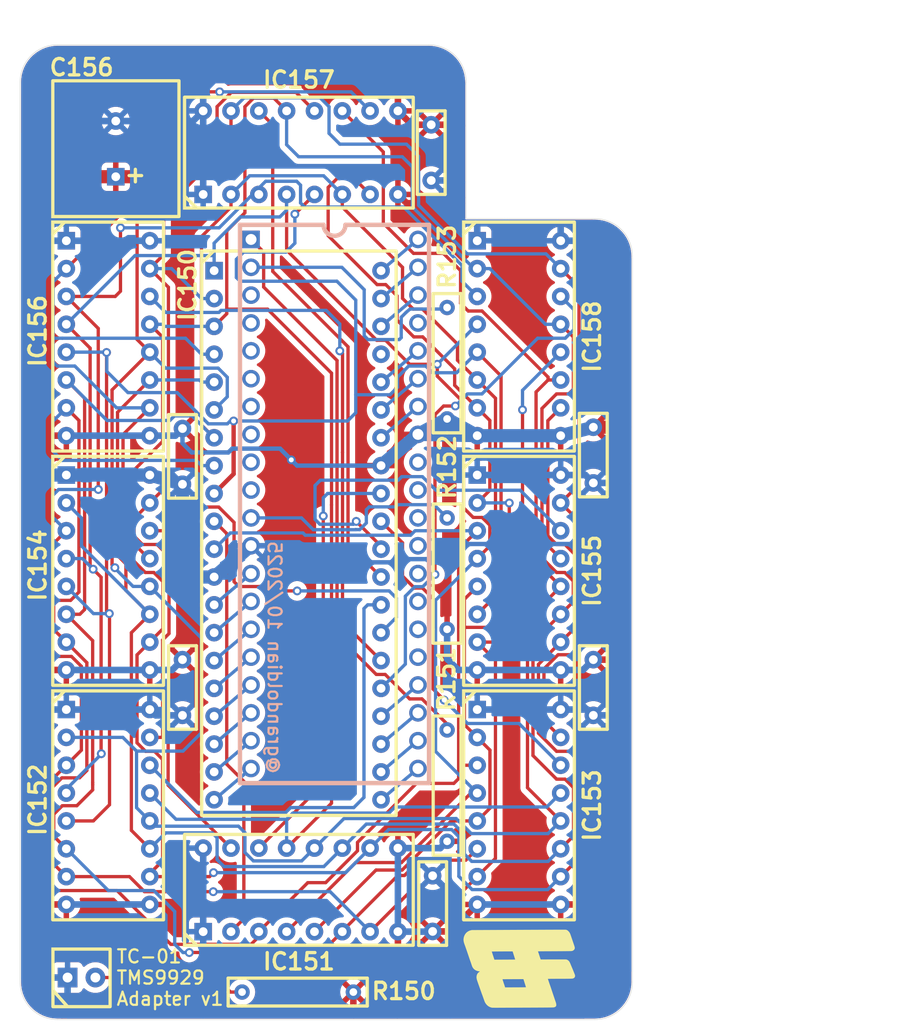
<source format=kicad_pcb>
(kicad_pcb (version 20241229) (generator "pcbnew") (generator_version "9.0")
  (layers (0 "F.Cu" signal) (2 "B.Cu" signal) (13 "F.Paste" user) (15 "B.Paste" user) (5 "F.SilkS" user "F.Silkscreen") (7 "B.SilkS" user "B.Silkscreen") (1 "F.Mask" user) (3 "B.Mask" user) (25 "Edge.Cuts" user))
  (net 0 "")
  (net 1 "GND")
  (net 2 "+5V")
  (net 3 "/D2")
  (net 4 "/D5")
  (net 5 "Net-(D150-A)")
  (net 8 "Net-(J150-~{RAS})")
  (net 9 "/D4")
  (net 13 "Net-(J150-R{slash}~{W})")
  (net 14 "/D7")
  (net 19 "/A0")
  (net 20 "/D6")
  (net 21 "/D1")
  (net 23 "~{RST}")
  (net 26 "~{CSR}")
  (net 27 "/D0")
  (net 28 "/VAD1")
  (net 29 "~{INTVDP}")
  (net 30 "VR{slash}~{W}")
  (net 34 "/D3")
  (net 35 "Net-(J150-~{CAS})")
  (net 36 "/VD3")
  (net 37 "~{CSW}")
  (net 39 "/VD4")
  (net 40 "/VD1")
  (net 41 "XTAL2")
  (net 42 "~{VCAS}")
  (net 43 "/VD0")
  (net 44 "/VD2")
  (net 45 "B-Y")
  (net 46 "/VAD7")
  (net 47 "/VAD3")
  (net 48 "/VAD2")
  (net 49 "XTAL1")
  (net 50 "/VD7")
  (net 51 "/VAD0")
  (net 52 "/VAD4")
  (net 53 "~{VRAS}")
  (net 54 "Y")
  (net 55 "/VAD5")
  (net 56 "/VD5")
  (net 57 "/VD6")
  (net 58 "/VAD6")
  (net 59 "R-Y")
  (footprint "Einstein:DIP-16_W7.62mm" (layer "F.Cu") (at 28.235 86.34)
    (property "Reference" "IC152")
    (property "Value" "MB8118")
  )
  (footprint "Einstein:BF12" (layer "F.Cu") (at 69.700354 110.047898)
    (property "Reference" "G150")
    (property "Value" "Board Folk Logo" (hide yes))
  )
  (footprint "Einstein:C_Disc_5.08mm" (layer "F.Cu") (at 76.36 86.84 90)
    (property "Reference" "C152" (hide yes))
    (property "Value" "100nF")
  )
  (footprint "Einstein:DIP-16_W7.62mm" (layer "F.Cu") (at 28.235 64.95)
    (property "Reference" "IC154")
    (property "Value" "MB8118")
  )
  (footprint "Einstein:DIP-16_W7.62mm" (layer "F.Cu") (at 65.75 43.58)
    (property "Reference" "IC158")
    (property "Value" "MB8118")
  )
  (footprint "Einstein:DIP-16_W7.62mm" (layer "F.Cu") (at 40.77 106.58 90)
    (property "Reference" "IC151")
    (property "Value" "MB8118")
  )
  (footprint "Einstein:Resistor 10.16mm" (layer "F.Cu") (at 63.01 49.64 -90)
    (property "Reference" "R153")
    (property "Value" "10K")
  )
  (footprint "Einstein:LED_D3.0mm" (layer "F.Cu") (at 28.36 110.755)
    (property "Reference" "D150" (hide yes))
    (property "Value" "5V" (hide yes))
  )
  (footprint "Einstein:Resistor 10.16mm" (layer "F.Cu") (at 63.01 68.83 -90)
    (property "Reference" "R152")
    (property "Value" "10K")
  )
  (footprint "Einstein:DIP-16_W7.62mm" (layer "F.Cu") (at 65.75 64.95)
    (property "Reference" "IC155")
    (property "Value" "MB8118")
  )
  (footprint "Einstein:C_Disc_5.08mm" (layer "F.Cu") (at 61.69 101.47 -90)
    (property "Reference" "C153" (hide yes))
    (property "Value" "100nF")
  )
  (footprint "Einstein:DIP-16_W7.62mm" (layer "F.Cu") (at 40.77 39.335 90)
    (property "Reference" "IC157")
    (property "Value" "MB8118")
  )
  (footprint "Einstein:Resistor 10.16mm" (layer "F.Cu") (at 63.01 88.17 -90)
    (property "Reference" "R151")
    (property "Value" "10K")
  )
  (footprint "Einstein:DIP-16_W7.62mm" (layer "F.Cu") (at 28.235 43.58)
    (property "Reference" "IC156")
    (property "Value" "MB8118")
  )
  (footprint "Einstein:DIP-16_W7.62mm" (layer "F.Cu") (at 65.75 86.34)
    (property "Reference" "IC153")
    (property "Value" "MB8118")
  )
  (footprint "Einstein:DIP-40_W15.24mm" (layer "F.Cu") (at 41.73 46.32)
    (property "Reference" "IC150")
    (property "Value" "TMS9929A")
  )
  (footprint "Einstein:Resistor 10.16mm" (layer "F.Cu") (at 54.45 112.08 180)
    (property "Reference" "R150")
    (property "Value" "1K" (hide yes))
  )
  (footprint "Einstein:Elec_5.08mm - Big Box" (layer "F.Cu") (at 32.76 37.71 90)
    (property "Reference" "C156")
    (property "Value" "220uF")
  )
  (footprint "Einstein:C_Disc_5.08mm" (layer "F.Cu") (at 38.85 65.76 90)
    (property "Reference" "C154" (hide yes))
    (property "Value" "100nF")
  )
  (footprint "Einstein:C_Disc_5.08mm" (layer "F.Cu") (at 61.56 38.05 90)
    (property "Reference" "C150" (hide yes))
    (property "Value" "100nF")
  )
  (footprint "Einstein:C_Disc_5.08mm" (layer "F.Cu") (at 76.36 65.64 90)
    (property "Reference" "C155" (hide yes))
    (property "Value" "100nF")
  )
  (footprint "Einstein:C_Disc_5.08mm" (layer "F.Cu") (at 38.85 86.84 90)
    (property "Reference" "C151" (hide yes))
    (property "Value" "100nF")
  )
  (footprint "Einstein:DIP-40_W15.24mm_Plug" (layer "F.Cu") (at 45.11 43.43)
    (property "Reference" "J150" (hide yes))
    (property "Value" "VDP PLUG")
  )
  (gr_arc (start 61.324624 25.67) (mid 63.75 26.674624) (end 64.754624 29.1) (stroke (width 0.05)) (layer "Edge.Cuts"))
  (gr_line (start 27.45 25.67) (end 61.324624 25.67) (stroke (width 0.05)) (layer "Edge.Cuts"))
  (gr_arc (start 76.5 41.53) (mid 78.925376 42.534624) (end 79.93 44.96) (stroke (width 0.05)) (layer "Edge.Cuts"))
  (gr_line (start 76.5 114.59) (end 27.45 114.59) (stroke (width 0.05)) (layer "Edge.Cuts"))
  (gr_line (start 64.754624 29.1) (end 64.754624 41.53) (stroke (width 0.05)) (layer "Edge.Cuts"))
  (gr_line (start 79.93 44.96) (end 79.93 111.16) (stroke (width 0.05)) (layer "Edge.Cuts"))
  (gr_line (start 24.02 29.1) (end 24.02 111.16) (stroke (width 0.05)) (layer "Edge.Cuts"))
  (gr_arc (start 79.93 111.16) (mid 78.925376 113.585376) (end 76.5 114.59) (stroke (width 0.05)) (layer "Edge.Cuts"))
  (gr_arc (start 24.02 29.1) (mid 25.024624 26.674624) (end 27.45 25.67) (stroke (width 0.05)) (layer "Edge.Cuts"))
  (gr_line (start 64.754624 41.53) (end 76.5 41.53) (stroke (width 0.05)) (layer "Edge.Cuts"))
  (gr_arc (start 27.45 114.59) (mid 25.024624 113.585376) (end 24.02 111.16) (stroke (width 0.05)) (layer "Edge.Cuts"))
  (gr_text "TC-01\nTMS9929\nAdapter v1" (at 32.73 113.4 0) (layer "F.SilkS") (effects (font (size 1.2 1.2) (thickness 0.2) (bold yes)) (justify left bottom)))
  (gr_text "@grandoldian 10/2025" (at 46.55 92.29 270) (layer "B.SilkS") (effects (font (size 1.2 1.2) (thickness 0.2) (bold yes)) (justify left bottom mirror)))
  (segment (start 79.529 65.69) (end 79.529 71.21) (width 0.6) (layer "B.Cu") (net 1))
  (segment (start 64.5885 41.931) (end 65.74 41.931) (width 0.6) (layer "B.Cu") (net 1))
  (segment (start 24.426 110.755) (end 24.421 110.75) (width 0.6) (layer "B.Cu") (net 1))
  (segment (start 35.865 43.55) (end 28.245 43.55) (width 0.6) (layer "B.Cu") (net 1))
  (segment (start 24.441 86.31) (end 24.421 86.33) (width 0.6) (layer "B.Cu") (net 1))
  (segment (start 79.479 65.64) (end 79.529 65.69) (width 0.6) (layer "B.Cu") (net 1))
  (segment (start 28.36 113.55) (end 28.36 110.755) (width 0.6) (layer "B.Cu") (net 1))
  (segment (start 38.85 65.76) (end 38.85 72.88) (width 1.2) (layer "B.Cu") (net 1))
  (segment (start 24.571 64.92) (end 24.496 64.995) (width 0.6) (layer "B.Cu") (net 1))
  (segment (start 35.865 64.92) (end 38.85 65.76) (width 1.2) (layer "B.Cu") (net 1))
  (segment (start 36.395 86.84) (end 35.865 86.31) (width 0.6) (layer "B.Cu") (net 1))
  (segment (start 64.3536 29.2796) (end 64.3536 38.21) (width 0.6) (layer "B.Cu") (net 1))
  (segment (start 76.36 65.64) (end 79.479 65.64) (width 0.6) (layer "B.Cu") (net 1))
  (segment (start 28.245 64.92) (end 35.865 64.92) (width 1.2) (layer "B.Cu") (net 1))
  (segment (start 65.76 86.31) (end 73.38 86.31) (width 0.6) (layer "B.Cu") (net 1))
  (segment (start 24.421 110.75) (end 24.421 86.33) (width 0.6) (layer "B.Cu") (net 1))
  (segment (start 64.3535 29.2795) (end 64.3536 29.2796) (width 0.6) (layer "B.Cu") (net 1))
  (segment (start 61.56 72.59) (end 59.02 72.59) (width 0.4) (layer "B.Cu") (net 1))
  (segment (start 79.529 86.87) (end 79.529 110.121) (width 0.6) (layer "B.Cu") (net 1))
  (segment (start 76.36 86.84) (end 79.499 86.84) (width 0.6) (layer "B.Cu") (net 1))
  (segment (start 73.38 64.92) (end 75.64 64.92) (width 0.6) (layer "B.Cu") (net 1))
  (segment (start 64.3426 28.89) (end 64.3535 29.2795) (width 0.6) (layer "B.Cu") (net 1))
  (segment (start 40.74 31.705) (end 40.74 29.91) (width 0.6) (layer "B.Cu") (net 1))
  (segment (start 62.94 71.21) (end 61.56 72.59) (width 0.4) (layer "B.Cu") (net 1))
  (segment (start 40.74 29.91) (end 41.76 28.89) (width 0.6) (layer "B.Cu") (net 1))
  (segment (start 63.31 103.09) (end 63.31 114.189) (width 0.6) (layer "B.Cu") (net 1))
  (segment (start 79.499 86.84) (end 79.529 86.87) (width 0.6) (layer "B.Cu") (net 1))
  (segment (start 24.421 65.07) (end 24.421 43.63) (width 0.6) (layer "B.Cu") (net 1))
  (segment (start 77.819 43.55) (end 79.529 45.26) (width 0.6) (layer "B.Cu") (net 1))
  (segment (start 28.36 110.755) (end 24.426 110.755) (width 0.6) (layer "B.Cu") (net 1))
  (segment (start 25.61 32.63) (end 32.76 32.63) (width 0.6) (layer "B.Cu") (net 1))
  (segment (start 28.245 43.55) (end 24.501 43.55) (width 0.6) (layer "B.Cu") (net 1))
  (segment (start 64.3536 41.6961) (end 64.5885 41.931) (width 0.6) (layer "B.Cu") (net 1))
  (segment (start 24.496 64.995) (end 24.645 64.995) (width 0.3) (layer "B.Cu") (net 1))
  (segment (start 64.3536 38.21) (end 64.3536 41.6961) (width 0.6) (layer "B.Cu") (net 1))
  (segment (start 45.11 71.37) (end 41.74 74.22) (width 1.2) (layer "B.Cu") (net 1))
  (segment (start 24.501 43.55) (end 24.421 43.63) (width 0.6) (layer "B.Cu") (net 1))
  (segment (start 40.74 98.95) (end 40.74 106.57) (width 0.6) (layer "B.Cu") (net 1))
  (segment (start 75.64 64.92) (end 76.36 65.64) (width 0.6) (layer "B.Cu") (net 1))
  (segment (start 58.729 72.881) (end 46.621 72.881) (width 0.4) (layer "B.Cu") (net 1))
  (segment (start 68.56 41.931) (end 68.2 41.931) (width 0.6) (layer "B.Cu") (net 1))
  (segment (start 61.56 38.05) (end 64.1936 38.05) (width 0.6) (layer "B.Cu") (net 1))
  (segment (start 63.31 114.189) (end 40.74 114.189) (width 0.6) (layer "B.Cu") (net 1))
  (segment (start 35.865 86.31) (end 28.245 86.31) (width 0.6) (layer "B.Cu") (net 1))
  (segment (start 38.85 72.88) (end 40.19 74.22) (width 1.2) (layer "B.Cu") (net 1))
  (segment (start 28.245 86.31) (end 24.441 86.31) (width 0.6) (layer "B.Cu") (net 1))
  (segment (start 40.74 114.189) (end 28.39 114.189) (width 0.6) (layer "B.Cu") (net 1))
  (segment (start 65.76 43.55) (end 65.76 41.951) (width 0.6) (layer "B.Cu") (net 1))
  (segment (start 32.76 32.63) (end 39.815 32.63) (width 0.6) (layer "B.Cu") (net 1))
  (segment (start 28.39 114.189) (end 28.39 113.58) (width 0.6) (layer "B.Cu") (net 1))
  (segment (start 39.815 32.63) (end 40.74 31.705) (width 0.6) (layer "B.Cu") (net 1))
  (segment (start 40.74 39.325) (end 40.74 31.705) (width 0.6) (layer "B.Cu") (net 1))
  (segment (start 28.39 113.58) (end 28.36 113.55) (width 0.6) (layer "B.Cu") (net 1))
  (segment (start 79.529 71.21) (end 62.94 71.21) (width 0.4) (layer "B.Cu") (net 1))
  (segment (start 24.645 64.995) (end 24.72 64.92) (width 0.3) (layer "B.Cu") (net 1))
  (segment (start 68.2 41.931) (end 68.56 41.931) (width 0.6) (layer "B.Cu") (net 1))
  (segment (start 73.121 41.931) (end 68.56 41.931) (width 0.6) (layer "B.Cu") (net 1))
  (segment (start 38.85 86.84) (end 36.395 86.84) (width 0.6) (layer "B.Cu") (net 1))
  (segment (start 73.38 43.55) (end 77.819 43.55) (width 0.6) (layer "B.Cu") (net 1))
  (segment (start 24.421 43.63) (end 24.421 33.819) (width 0.6) (layer "B.Cu") (net 1))
  (segment (start 73.38 43.55) (end 73.38 42.19) (width 0.6) (layer "B.Cu") (net 1))
  (segment (start 79.529 110.121) (end 75.461 114.189) (width 0.6) (layer "B.Cu") (net 1))
  (segment (start 73.38 42.19) (end 73.121 41.931) (width 0.6) (layer "B.Cu") (net 1))
  (segment (start 64.1936 38.05) (end 64.3536 38.21) (width 0.6) (layer "B.Cu") (net 1))
  (segment (start 24.421 86.33) (end 24.421 65.07) (width 0.6) (layer "B.Cu") (net 1))
  (segment (start 65.76 64.92) (end 73.38 64.92) (width 0.6) (layer "B.Cu") (net 1))
  (segment (start 40.74 106.57) (end 40.74 114.189) (width 0.6) (layer "B.Cu") (net 1))
  (segment (start 41.76 28.89) (end 64.3426 28.89) (width 0.6) (layer "B.Cu") (net 1))
  (segment (start 24.421 33.819) (end 25.61 32.63) (width 0.6) (layer "B.Cu") (net 1))
  (segment (start 79.529 45.26) (end 79.529 65.69) (width 0.6) (layer "B.Cu") (net 1))
  (segment (start 46.621 72.881) (end 45.11 71.37) (width 0.4) (layer "B.Cu") (net 1))
  (segment (start 75.83 86.31) (end 76.36 86.84) (width 0.6) (layer "B.Cu") (net 1))
  (segment (start 24.496 64.995) (end 24.421 65.07) (width 0.6) (layer "B.Cu") (net 1))
  (segment (start 75.461 114.189) (end 63.31 114.189) (width 0.6) (layer "B.Cu") (net 1))
  (segment (start 65.76 41.951) (end 65.74 41.931) (width 0.6) (layer "B.Cu") (net 1))
  (segment (start 61.69 101.47) (end 63.31 103.09) (width 0.6) (layer "B.Cu") (net 1))
  (segment (start 40.19 74.22) (end 41.74 74.22) (width 1.2) (layer "B.Cu") (net 1))
  (segment (start 79.529 71.21) (end 79.529 86.87) (width 0.6) (layer "B.Cu") (net 1))
  (segment (start 73.38 86.31) (end 75.83 86.31) (width 0.6) (layer "B.Cu") (net 1))
  (segment (start 28.245 64.92) (end 24.72 64.92) (width 1.2) (layer "B.Cu") (net 1))
  (segment (start 65.74 41.931) (end 68.2 41.931) (width 0.6) (layer "B.Cu") (net 1))
  (segment (start 59.02 72.59) (end 58.729 72.881) (width 0.4) (layer "B.Cu") (net 1))
  (segment (start 58.52 106.57) (end 58.52 114.149) (width 0.6) (layer "F.Cu") (net 2))
  (segment (start 24.421 82.68) (end 24.421 104.08) (width 0.6) (layer "F.Cu") (net 2))
  (segment (start 34.77 37.71) (end 35.78 36.7) (width 1.2) (layer "F.Cu") (net 2))
  (segment (start 61.56 32.97) (end 64.2615 32.97) (width 0.6) (layer "F.Cu") (net 2))
  (segment (start 63.3 106.55) (end 65.76 104.09) (width 0.6) (layer "F.Cu") (net 2))
  (segment (start 64.35 40.13) (end 64.35 39.61) (width 0.6) (layer "F.Cu") (net 2))
  (segment (start 64.5885 41.931) (end 64.35 41.6925) (width 0.6) (layer "F.Cu") (net 2))
  (segment (start 64.3423 28.8795) (end 58.52 28.8795) (width 0.6) (layer "F.Cu") (net 2))
  (segment (start 24.421 61.32) (end 24.421 82.68) (width 0.6) (layer "F.Cu") (net 2))
  (segment (start 79.529 81.76) (end 79.529 79.24) (width 0.6) (layer "F.Cu") (net 2))
  (segment (start 79.529 60.56) (end 79.529 45.239) (width 0.6) (layer "F.Cu") (net 2))
  (segment (start 35.785 28.8795) (end 35.78 28.8845) (width 0.3) (layer "F.Cu") (net 2))
  (segment (start 58.52 28.8795) (end 35.785 28.8795) (width 0.6) (layer "F.Cu") (net 2))
  (segment (start 61.69 106.55) (end 63.3 106.55) (width 0.6) (layer "F.Cu") (net 2))
  (segment (start 25.8805 28.8795) (end 24.421 30.339) (width 0.6) (layer "F.Cu") (net 2))
  (segment (start 59.325 40.13) (end 64.35 40.13) (width 0.6) (layer "F.Cu") (net 2))
  (segment (start 24.431 104.09) (end 24.421 104.08) (width 0.6) (layer "F.Cu") (net 2))
  (segment (start 28.245 104.09) (end 24.431 104.09) (width 0.6) (layer "F.Cu") (net 2))
  (segment (start 75.471 114.189) (end 79.529 110.131) (width 0.6) (layer "F.Cu") (net 2))
  (segment (start 54.45 112.08) (end 54.45 114.159) (width 0.6) (layer "F.Cu") (net 2))
  (segment (start 59.785 32.97) (end 58.52 31.705) (width 0.6) (layer "F.Cu") (net 2))
  (segment (start 24.431 61.33) (end 24.421 61.32) (width 0.6) (layer "F.Cu") (net 2))
  (segment (start 73.38 104.09) (end 79.369 104.09) (width 0.6) (layer "F.Cu") (net 2))
  (segment (start 64.3515 39.6085) (end 64.3515 33.06) (width 0.6) (layer "F.Cu") (net 2))
  (segment (start 54.48 114.189) (end 58.48 114.189) (width 0.6) (layer "F.Cu") (net 2))
  (segment (start 64.35 39.61) (end 64.3515 39.6085) (width 0.6) (layer "F.Cu") (net 2))
  (segment (start 58.48 114.189) (end 75.471 114.189) (width 0.6) (layer "F.Cu") (net 2))
  (segment (start 79.369 104.09) (end 79.529 103.93) (width 0.6) (layer "F.Cu") (net 2))
  (segment (start 79.529 110.131) (end 79.529 103.93) (width 0.6) (layer "F.Cu") (net 2))
  (segment (start 32.76 37.71) (end 24.73 37.71) (width 1.2) (layer "F.Cu") (net 2))
  (segment (start 79.21 60.56) (end 79.529 60.56) (width 0.3) (layer "F.Cu") (net 2))
  (segment (start 64.3515 29.2085) (end 64.3423 28.8795) (width 0.6) (layer "F.Cu") (net 2))
  (segment (start 76.36 81.76) (end 79.529 81.76) (width 0.6) (layer "F.Cu") (net 2))
  (segment (start 64.35 41.6925) (end 64.35 40.13) (width 0.6) (layer "F.Cu") (net 2))
  (segment (start 76.36 60.56) (end 79.21 60.56) (width 1.2) (layer "F.Cu") (net 2))
  (segment (start 58.52 114.149) (end 58.48 114.189) (width 0.6) (layer "F.Cu") (net 2))
  (segment (start 79.529 103.93) (end 79.529 81.76) (width 0.6) (layer "F.Cu") (net 2))
  (segment (start 64.3515 33.06) (end 64.3515 29.2085) (width 0.6) (layer "F.Cu") (net 2))
  (segment (start 54.45 114.159) (end 54.48 114.189) (width 0.6) (layer "F.Cu") (net 2))
  (segment (start 24.421 30.339) (end 24.421 61.32) (width 0.6) (layer "F.Cu") (net 2))
  (segment (start 58.52 31.705) (end 58.52 28.8795) (width 0.6) (layer "F.Cu") (net 2))
  (segment (start 61.56 32.97) (end 59.785 32.97) (width 0.6) (layer "F.Cu") (net 2))
  (segment (start 35.78 28.8845) (end 35.78 29.2) (width 0.3) (layer "F.Cu") (net 2))
  (segment (start 24.421 104.08) (end 24.421 110.78) (width 0.6) (layer "F.Cu") (net 2))
  (segment (start 28.245 61.33) (end 24.431 61.33) (width 0.6) (layer "F.Cu") (net 2))
  (segment (start 79.529 79.24) (end 79.529 60.56) (width 0.6) (layer "F.Cu") (net 2))
  (segment (start 24.441 82.7) (end 24.421 82.68) (width 0.6) (layer "F.Cu") (net 2))
  (segment (start 27.83 114.189) (end 54.48 114.189) (width 0.6) (layer "F.Cu") (net 2))
  (segment (start 32.76 37.71) (end 34.77 37.71) (width 1.2) (layer "F.Cu") (net 2))
  (segment (start 35.78 36.7) (end 35.78 29.2) (width 1.2) (layer "F.Cu") (net 2))
  (segment (start 58.52 39.325) (end 59.325 40.13) (width 0.6) (layer "F.Cu") (net 2))
  (segment (start 79.529 81.76) (end 79.529 79.24) (width 0.6) (layer "F.Cu") (net 2))
  (segment (start 24.421 110.78) (end 27.83 114.189) (width 0.6) (layer "F.Cu") (net 2))
  (segment (start 28.245 82.7) (end 24.441 82.7) (width 0.6) (layer "F.Cu") (net 2))
  (segment (start 35.785 28.8795) (end 25.8805 28.8795) (width 0.6) (layer "F.Cu") (net 2))
  (segment (start 64.2615 32.97) (end 64.3515 33.06) (width 0.6) (layer "F.Cu") (net 2))
  (segment (start 79.529 45.239) (end 76.221 41.931) (width 0.6) (layer "F.Cu") (net 2))
  (segment (start 76.221 41.931) (end 64.5885 41.931) (width 0.6) (layer "F.Cu") (net 2))
  (via (at 48.785 63.535) (size 0.8) (drill 0.45) (layers "F.Cu" "B.Cu") (net 2))
  (segment (start 63.01 78.99) (end 63.01 81.69) (width 0.6) (layer "B.Cu") (net 2))
  (segment (start 35.865 82.7) (end 37.91 82.7) (width 0.6) (layer "B.Cu") (net 2))
  (segment (start 43.041 62.859) (end 43.39 62.51) (width 0.4) (layer "B.Cu") (net 2))
  (segment (start 38.85 60.68) (end 38.85 62.02) (width 0.4) (layer "B.Cu") (net 2))
  (segment (start 38.85 62.02) (end 39.689 62.859) (width 0.4) (layer "B.Cu") (net 2))
  (segment (start 38.2 61.33) (end 38.85 60.68) (width 0.6) (layer "B.Cu") (net 2))
  (segment (start 28.245 104.09) (end 35.865 104.09) (width 0.6) (layer "B.Cu") (net 2))
  (segment (start 60.35 61.21) (end 62.97 61.2681) (width 1.2) (layer "B.Cu") (net 2))
  (segment (start 75.42 82.7) (end 76.36 81.76) (width 0.6) (layer "B.Cu") (net 2))
  (segment (start 48.785 63.535) (end 49.31 64.06) (width 0.4) (layer "B.Cu") (net 2))
  (segment (start 58.52 98.95) (end 58.52 106.57) (width 0.6) (layer "B.Cu") (net 2))
  (segment (start 35.865 61.33) (end 38.2 61.33) (width 0.6) (layer "B.Cu") (net 2))
  (segment (start 62.97 61.2681) (end 65.76 61.33) (width 1.2) (layer "B.Cu") (net 2))
  (segment (start 65.76 61.33) (end 73.38 61.33) (width 1.2) (layer "B.Cu") (net 2))
  (segment (start 73.38 82.7) (end 75.42 82.7) (width 0.6) (layer "B.Cu") (net 2))
  (segment (start 62.97 61.2681) (end 63.01 59.8) (width 1.2) (layer "B.Cu") (net 2))
  (segment (start 43.39 62.51) (end 47.76 62.51) (width 0.4) (layer "B.Cu") (net 2))
  (segment (start 61.67 106.57) (end 61.69 106.55) (width 0.6) (layer "B.Cu") (net 2))
  (segment (start 35.865 61.33) (end 28.245 61.33) (width 0.6) (layer "B.Cu") (net 2))
  (segment (start 49.31 64.06) (end 56.98 64.06) (width 0.4) (layer "B.Cu") (net 2))
  (segment (start 58.52 98.95) (end 62.39 98.95) (width 0.6) (layer "B.Cu") (net 2))
  (segment (start 37.91 82.7) (end 38.85 81.76) (width 0.6) (layer "B.Cu") (net 2))
  (segment (start 63.01 59.8) (end 60.35 61.21) (width 1.2) (layer "B.Cu") (net 2))
  (segment (start 65.76 104.09) (end 73.38 104.09) (width 0.6) (layer "B.Cu") (net 2))
  (segment (start 62.39 98.95) (end 63.01 98.33) (width 0.6) (layer "B.Cu") (net 2))
  (segment (start 64.02 82.7) (end 65.76 82.7) (width 0.6) (layer "B.Cu") (net 2))
  (segment (start 47.76 62.51) (end 48.785 63.535) (width 0.4) (layer "B.Cu") (net 2))
  (segment (start 58.52 106.57) (end 61.67 106.57) (width 0.6) (layer "B.Cu") (net 2))
  (segment (start 63.01 59.8) (end 65.76 61.33) (width 1.2) (layer "B.Cu") (net 2))
  (segment (start 65.76 82.7) (end 73.38 82.7) (width 0.6) (layer "B.Cu") (net 2))
  (segment (start 73.38 61.33) (end 76.36 60.56) (width 1.2) (layer "B.Cu") (net 2))
  (segment (start 56.98 64.06) (end 60.35 61.21) (width 1.2) (layer "B.Cu") (net 2))
  (segment (start 28.245 82.7) (end 35.865 82.7) (width 0.6) (layer "B.Cu") (net 2))
  (segment (start 39.689 62.859) (end 43.041 62.859) (width 0.4) (layer "B.Cu") (net 2))
  (segment (start 63.01 81.69) (end 64.02 82.7) (width 0.6) (layer "B.Cu") (net 2))
  (segment (start 56.98 92) (end 60.35 89.15) (width 0.3) (layer "B.Cu") (net 3))
  (segment (start 41.74 92) (end 45.11 89.15) (width 0.3) (layer "B.Cu") (net 4))
  (segment (start 41.9133 110.755) (end 43.2383 112.08) (width 0.3) (layer "F.Cu") (net 5))
  (segment (start 44.29 112.08) (end 43.2383 112.08) (width 0.3) (layer "F.Cu") (net 5))
  (segment (start 30.9 110.755) (end 41.9133 110.755) (width 0.3) (layer "F.Cu") (net 5))
  (segment (start 59.5916 85.34) (end 60.7164 85.34) (width 0.3) (layer "F.Cu") (net 8))
  (segment (start 52.9607 79.5253) (end 56.5454 83.11) (width 0.3) (layer "F.Cu") (net 8))
  (segment (start 60.7164 85.34) (end 63.01 87.6336) (width 0.3) (layer "F.Cu") (net 8))
  (segment (start 56.5454 83.11) (end 57.3616 83.11) (width 0.3) (layer "F.Cu") (net 8))
  (segment (start 63.01 87.6336) (end 63.01 88.17) (width 0.3) (layer "F.Cu") (net 8))
  (segment (start 46.2617 44.5817) (end 46.2617 47.7717) (width 0.3) (layer "F.Cu") (net 8))
  (segment (start 57.3616 83.11) (end 59.5916 85.34) (width 0.3) (layer "F.Cu") (net 8))
  (segment (start 52.9607 54.4707) (end 52.9607 79.5253) (width 0.3) (layer "F.Cu") (net 8))
  (segment (start 45.11 43.43) (end 46.2617 44.5817) (width 0.3) (layer "F.Cu") (net 8))
  (segment (start 46.2617 47.7717) (end 52.9607 54.4707) (width 0.3) (layer "F.Cu") (net 8))
  (segment (start 41.74 94.54) (end 45.11 91.69) (width 0.3) (layer "B.Cu") (net 9))
  (segment (start 55.8975 67.8225) (end 58.3073 67.8225) (width 0.3) (layer "B.Cu") (net 13))
  (segment (start 61.8056 67.6256) (end 63.01 68.83) (width 0.3) (layer "B.Cu") (net 13))
  (segment (start 49.712756 68.83) (end 50.789656 69.9069) (width 0.3) (layer "B.Cu") (net 13))
  (segment (start 55.6344 69.2927) (end 55.6344 68.0856) (width 0.3) (layer "B.Cu") (net 13))
  (segment (start 55.6344 68.0856) (end 55.8975 67.8225) (width 0.3) (layer "B.Cu") (net 13))
  (segment (start 55.1737 69.7534) (end 55.6344 69.2927) (width 0.3) (layer "B.Cu") (net 13))
  (segment (start 58.5042 67.6256) (end 61.8056 67.6256) (width 0.3) (layer "B.Cu") (net 13))
  (segment (start 55.172775 69.7534) (end 55.1737 69.7534) (width 0.3) (layer "B.Cu") (net 13))
  (segment (start 54.665721 69.9069) (end 54.673421 69.8992) (width 0.3) (layer "B.Cu") (net 13))
  (segment (start 55.026975 69.8992) (end 55.172775 69.7534) (width 0.3) (layer "B.Cu") (net 13))
  (segment (start 50.789656 69.9069) (end 54.665721 69.9069) (width 0.3) (layer "B.Cu") (net 13))
  (segment (start 58.3073 67.8225) (end 58.5042 67.6256) (width 0.3) (layer "B.Cu") (net 13))
  (segment (start 54.673421 69.8992) (end 55.026975 69.8992) (width 0.3) (layer "B.Cu") (net 13))
  (segment (start 45.11 68.83) (end 49.712756 68.83) (width 0.3) (layer "B.Cu") (net 13))
  (segment (start 41.74 86.92) (end 45.11 84.07) (width 0.3) (layer "B.Cu") (net 14))
  (segment (start 41.74 76.76) (end 45.11 73.91) (width 0.3) (layer "B.Cu") (net 19))
  (segment (start 41.74 89.46) (end 45.11 86.61) (width 0.3) (layer "B.Cu") (net 20))
  (segment (start 56.98 89.46) (end 60.35 86.61) (width 0.3) (layer "B.Cu") (net 21))
  (segment (start 56.98 61.52) (end 60.35 58.67) (width 0.3) (layer "B.Cu") (net 23))
  (segment (start 41.74 81.84) (end 45.11 78.99) (width 0.3) (layer "B.Cu") (net 26))
  (segment (start 56.98 86.92) (end 60.35 84.07) (width 0.3) (layer "B.Cu") (net 27))
  (segment (start 56.52 100.95) (end 58.9027 100.95) (width 0.3) (layer "F.Cu") (net 28))
  (segment (start 50.9 39.33) (end 50.9 39.325) (width 0.3) (layer "F.Cu") (net 28))
  (segment (start 66.921 95.309) (end 65.76 96.47) (width 0.3) (layer "F.Cu") (net 28))
  (segment (start 65.76 88.85) (end 66.921 90.011) (width 0.3) (layer "F.Cu") (net 28))
  (segment (start 66.9752 78.8148) (end 67.9352 77.8548) (width 0.3) (layer "F.Cu") (net 28))
  (segment (start 31.92 53.71) (end 31.92 53.74) (width 0.3) (layer "F.Cu") (net 28))
  (segment (start 67.9352 55.8852) (end 65.76 53.71) (width 0.3) (layer "F.Cu") (net 28))
  (segment (start 32.17 77.56) (end 31.92 77.31) (width 0.3) (layer "F.Cu") (net 28))
  (segment (start 66.921 90.011) (end 66.921 95.309) (width 0.3) (layer "F.Cu") (net 28))
  (segment (start 49.11 41.12) (end 50.9 39.33) (width 0.3) (layer "F.Cu") (net 28))
  (segment (start 65.76 88.85) (end 64.5861 87.6761) (width 0.3) (layer "F.Cu") (net 28))
  (segment (start 63.3827 96.47) (end 65.76 96.47) (width 0.3) (layer "F.Cu") (net 28))
  (segment (start 43.52 64.82) (end 43.52 59.99) (width 0.4) (layer "F.Cu") (net 28))
  (segment (start 64.5861 87.6761) (end 64.5861 78.8148) (width 0.3) (layer "F.Cu") (net 28))
  (segment (start 64.5861 76.2539) (end 65.76 75.08) (width 0.3) (layer "F.Cu") (net 28))
  (segment (start 58.9027 100.95) (end 63.3827 96.47) (width 0.3) (layer "F.Cu") (net 28))
  (segment (start 41.74 66.6) (end 43.52 64.82) (width 0.4) (layer "F.Cu") (net 28))
  (segment (start 30.71 96.47) (end 28.245 96.47) (width 0.3) (layer "F.Cu") (net 28))
  (segment (start 32.191 94.989) (end 30.71 96.47) (width 0.3) (layer "F.Cu") (net 28))
  (segment (start 67.9352 77.8548) (end 67.9352 55.8852) (width 0.3) (layer "F.Cu") (net 28))
  (segment (start 32.17 77.56) (end 32.191 77.581) (width 0.3) (layer "F.Cu") (net 28))
  (segment (start 32.191 77.581) (end 32.191 94.989) (width 0.3) (layer "F.Cu") (net 28))
  (segment (start 64.5861 78.8148) (end 64.5861 76.2539) (width 0.3) (layer "F.Cu") (net 28))
  (segment (start 64.5861 78.8148) (end 66.9752 78.8148) (width 0.3) (layer "F.Cu") (net 28))
  (segment (start 31.92 77.31) (end 31.92 53.74) (width 0.3) (layer "F.Cu") (net 28))
  (segment (start 50.9 106.57) (end 56.52 100.95) (width 0.3) (layer "F.Cu") (net 28))
  (via (at 31.92 53.74) (size 0.8) (drill 0.45) (layers "F.Cu" "B.Cu") (net 28))
  (via (at 49.11 41.12) (size 0.8) (drill 0.45) (layers "F.Cu" "B.Cu") (net 28))
  (via (at 43.52 59.99) (size 0.8) (drill 0.45) (layers "F.Cu" "B.Cu") (net 28))
  (via (at 32.17 77.56) (size 0.8) (drill 0.45) (layers "F.Cu" "B.Cu") (net 28))
  (segment (start 57.8016 57.5984) (end 58.4881 56.9119) (width 0.3) (layer "B.Cu") (net 28))
  (segment (start 61.6773 55.59) (end 63.88 55.59) (width 0.3) (layer "B.Cu") (net 28))
  (segment (start 44.4383 44.5817) (end 43.77 45.25) (width 0.3) (layer "B.Cu") (net 28))
  (segment (start 54.67 48.96) (end 54.67 57.59) (width 0.3) (layer "B.Cu") (net 28))
  (segment (start 31.99 53.77) (end 31.94 53.82) (width 0.3) (layer "B.Cu") (net 28))
  (segment (start 54.6784 57.5984) (end 54.67 57.59) (width 0.3) (layer "B.Cu") (net 28))
  (segment (start 59.5028 54.9772) (end 61.0645 54.9772) (width 0.3) (layer "B.Cu") (net 28))
  (segment (start 61.0645 54.9772) (end 61.6773 55.59) (width 0.3) (layer "B.Cu") (net 28))
  (segment (start 48.299 44.581) (end 45.729 44.581) (width 0.3) (layer "B.Cu") (net 28))
  (segment (start 58.4881 56.9119) (end 58.4881 55.9919) (width 0.3) (layer "B.Cu") (net 28))
  (segment (start 63.88 55.59) (end 65.76 53.71) (width 0.3) (layer "B.Cu") (net 28))
  (segment (start 30.725 77.56) (end 28.245 75.08) (width 0.3) (layer "B.Cu") (net 28))
  (segment (start 49.11 41.12) (end 49.11 43.77) (width 0.3) (layer "B.Cu") (net 28))
  (segment (start 45.729 44.581) (end 45.7283 44.5817) (width 0.3) (layer "B.Cu") (net 28))
  (segment (start 58.4881 55.9919) (end 59.5028 54.9772) (width 0.3) (layer "B.Cu") (net 28))
  (segment (start 54.67 59.24) (end 54.67 57.59) (width 0.3) (layer "B.Cu") (net 28))
  (segment (start 55.8283 57.5984) (end 57.8016 57.5984) (width 0.3) (layer "B.Cu") (net 28))
  (segment (start 52.95 47.24) (end 54.67 48.96) (width 0.3) (layer "B.Cu") (net 28))
  (segment (start 31.94 53.82) (end 31.94 55.47) (width 0.3) (layer "B.Cu") (net 28))
  (segment (start 49.11 43.77) (end 48.299 44.581) (width 0.3) (layer "B.Cu") (net 28))
  (segment (start 43.77 46.9) (end 44.11 47.24) (width 0.3) (layer "B.Cu") (net 28))
  (segment (start 53.92 59.99) (end 54.67 59.24) (width 0.3) (layer "B.Cu") (net 28))
  (segment (start 38.363 57.401) (end 39.326 58.364) (width 0.3) (layer "B.Cu") (net 28))
  (segment (start 45.7283 44.5817) (end 44.4383 44.5817) (width 0.3) (layer "B.Cu") (net 28))
  (segment (start 43.77 45.25) (end 43.77 46.9) (width 0.3) (layer "B.Cu") (net 28))
  (segment (start 43.52 59.99) (end 53.92 59.99) (width 0.3) (layer "B.Cu") (net 28))
  (segment (start 44.11 47.24) (end 52.95 47.24) (width 0.3) (layer "B.Cu") (net 28))
  (segment (start 39.326 58.364) (end 41.212 60.25) (width 0.3) (layer "B.Cu") (net 28))
  (segment (start 55.8283 57.5984) (end 54.6784 57.5984) (width 0.3) (layer "B.Cu") (net 28))
  (segment (start 32.17 77.56) (end 30.725 77.56) (width 0.3) (layer "B.Cu") (net 28))
  (segment (start 31.91 53.71) (end 31.97 53.77) (width 0.3) (layer "B.Cu") (net 28))
  (segment (start 43.207 59.99) (end 43.52 59.99) (width 0.3) (layer "B.Cu") (net 28))
  (segment (start 42.947 60.25) (end 43.207 59.99) (width 0.3) (layer "B.Cu") (net 28))
  (segment (start 33.871 57.401) (end 38.363 57.401) (width 0.3) (layer "B.Cu") (net 28))
  (segment (start 41.212 60.25) (end 42.947 60.25) (width 0.3) (layer "B.Cu") (net 28))
  (segment (start 28.245 53.71) (end 31.91 53.71) (width 0.3) (layer "B.Cu") (net 28))
  (segment (start 31.97 53.77) (end 31.99 53.77) (width 0.3) (layer "B.Cu") (net 28))
  (segment (start 31.94 55.47) (end 33.871 57.401) (width 0.3) (layer "B.Cu") (net 28))
  (segment (start 41.74 84.38) (end 45.11 81.53) (width 0.3) (layer "B.Cu") (net 29))
  (segment (start 65.76 70) (end 64.0622 71.6978) (width 0.3) (layer "F.Cu") (net 30))
  (segment (start 64.0622 71.6978) (end 64.0622 92.6078) (width 0.3) (layer "F.Cu") (net 30))
  (segment (start 64.0722 91.39) (end 65.76 91.39) (width 0.3) (layer "F.Cu") (net 30))
  (segment (start 45.1149 107.7251) (end 46.27 106.57) (width 0.3) (layer "F.Cu") (net 30))
  (segment (start 63.6257 93.0443) (end 60.2118 93.0443) (width 0.3) (layer "F.Cu") (net 30))
  (segment (start 27.5147 81.4647) (end 28.7136 81.4647) (width 0.3) (layer "F.Cu") (net 30))
  (segment (start 26.02 93.615) (end 26.02 101.66) (width 0.3) (layer "F.Cu") (net 30))
  (segment (start 46.27 106.57) (end 45.82 106.57) (width 0.3) (layer "F.Cu") (net 30))
  (segment (start 31.16 66.2306) (end 31.16 51.545) (width 0.3) (layer "F.Cu") (net 30))
  (segment (start 64.0622 92.6078) (end 63.6257 93.0443) (width 0.3) (layer "F.Cu") (net 30))
  (segment (start 50.29 102.1) (end 45.82 106.57) (width 0.3) (layer "F.Cu") (net 30))
  (segment (start 29.619 90.016) (end 28.245 91.39) (width 0.3) (layer "F.Cu") (net 30))
  (segment (start 33.1905 48.1495) (end 33.1905 42.371) (width 0.3) (layer "F.Cu") (net 30))
  (segment (start 60.2118 93.0443) (end 54.8283 98.4278) (width 0.3) (layer "F.Cu") (net 30))
  (segment (start 54.8283 98.4278) (end 54.8283 99.1943) (width 0.3) (layer "F.Cu") (net 30))
  (segment (start 28.7136 81.4647) (end 29.619 82.3701) (width 0.3) (layer "F.Cu") (net 30))
  (segment (start 32.71 48.63) (end 33.1905 48.1495) (width 0.3) (layer "F.Cu") (net 30))
  (segment (start 28.245 70) (end 26.5869 71.6581) (width 0.3) (layer "F.Cu") (net 30))
  (segment (start 31.1669 66.2375) (end 31.16 66.2306) (width 0.3) (layer "F.Cu") (net 30))
  (segment (start 54.8283 99.1943) (end 51.9226 102.1) (width 0.3) (layer "F.Cu") (net 30))
  (segment (start 26.02 101.66) (end 27.18 102.82) (width 0.3) (layer "F.Cu") (net 30))
  (segment (start 31.16 51.545) (end 28.245 48.63) (width 0.3) (layer "F.Cu") (net 30))
  (segment (start 29.619 82.3701) (end 29.619 90.016) (width 0.3) (layer "F.Cu") (net 30))
  (segment (start 28.245 48.63) (end 32.71 48.63) (width 0.3) (layer "F.Cu") (net 30))
  (segment (start 37.7851 107.7251) (end 45.1149 107.7251) (width 0.3) (layer "F.Cu") (net 30))
  (segment (start 32.88 102.82) (end 37.7851 107.7251) (width 0.3) (layer "F.Cu") (net 30))
  (segment (start 26.5869 71.6581) (end 26.5869 80.5369) (width 0.3) (layer "F.Cu") (net 30))
  (segment (start 27.18 102.82) (end 32.88 102.82) (width 0.3) (layer "F.Cu") (net 30))
  (segment (start 51.9226 102.1) (end 50.29 102.1) (width 0.3) (layer "F.Cu") (net 30))
  (segment (start 28.245 91.39) (end 26.02 93.615) (width 0.3) (layer "F.Cu") (net 30))
  (segment (start 26.5869 80.5369) (end 27.5147 81.4647) (width 0.3) (layer "F.Cu") (net 30))
  (via (at 31.1669 66.2375) (size 0.8) (drill 0.45) (layers "F.Cu" "B.Cu") (net 30))
  (via (at 33.1905 42.371) (size 0.8) (drill 0.45) (layers "F.Cu" "B.Cu") (net 30))
  (segment (start 27.5425 66.2375) (end 26.99 66.79) (width 0.3) (layer "B.Cu") (net 30))
  (segment (start 41.74 71.68) (end 43.2189 70.2011) (width 0.3) (layer "B.Cu") (net 30))
  (segment (start 64.3702 45.8026) (end 64.3702 47.2402) (width 0.3) (layer "B.Cu") (net 30))
  (segment (start 59.0443 40.4767) (end 64.3702 45.8026) (width 0.3) (layer "B.Cu") (net 30))
  (segment (start 49.63 40.1) (end 50.0067 40.4767) (width 0.3) (layer "B.Cu") (net 30))
  (segment (start 49.274 38.124) (end 49.63 38.48) (width 0.3) (layer "B.Cu") (net 30))
  (segment (start 45.2442 39.325) (end 42.1982 42.371) (width 0.3) (layer "B.Cu") (net 30))
  (segment (start 46.4452 38.124) (end 49.274 38.124) (width 0.3) (layer "B.Cu") (net 30))
  (segment (start 60.0912 70) (end 65.76 70) (width 0.3) (layer "B.Cu") (net 30))
  (segment (start 45.82 39.325) (end 45.2442 39.325) (width 0.3) (layer "B.Cu") (net 30))
  (segment (start 45.2442 39.325) (end 46.4452 38.124) (width 0.3) (layer "B.Cu") (net 30))
  (segment (start 31.1669 66.2375) (end 27.5425 66.2375) (width 0.3) (layer "B.Cu") (net 30))
  (segment (start 64.3702 47.2402) (end 65.76 48.63) (width 0.3) (layer "B.Cu") (net 30))
  (segment (start 42.1982 42.371) (end 33.1905 42.371) (width 0.3) (layer "B.Cu") (net 30))
  (segment (start 49.85 70.2011) (end 50.0582 70.4093) (width 0.3) (layer "B.Cu") (net 30))
  (segment (start 50.0582 70.4093) (end 59.6819 70.4093) (width 0.3) (layer "B.Cu") (net 30))
  (segment (start 26.99 66.79) (end 26.99 68.745) (width 0.3) (layer "B.Cu") (net 30))
  (segment (start 43.2189 70.2011) (end 49.85 70.2011) (width 0.3) (layer "B.Cu") (net 30))
  (segment (start 49.63 38.48) (end 49.63 40.1) (width 0.3) (layer "B.Cu") (net 30))
  (segment (start 59.6819 70.4093) (end 60.0912 70) (width 0.3) (layer "B.Cu") (net 30))
  (segment (start 26.99 68.745) (end 28.245 70) (width 0.3) (layer "B.Cu") (net 30))
  (segment (start 50.0067 40.4767) (end 59.0443 40.4767) (width 0.3) (layer "B.Cu") (net 30))
  (segment (start 56.98 94.54) (end 60.35 91.69) (width 0.3) (layer "B.Cu") (net 34))
  (segment (start 58.6456 52.5644) (end 58.82 52.39) (width 0.3) (layer "B.Cu") (net 35))
  (segment (start 58.82 52.39) (end 58.82 50.53) (width 0.3) (layer "B.Cu") (net 35))
  (segment (start 59.624136 49.78) (end 62.87 49.78) (width 0.3) (layer "B.Cu") (net 35))
  (segment (start 53.4 45.97) (end 55.44 48.01) (width 0.3) (layer "B.Cu") (net 35))
  (segment (start 55.44 48.01) (end 55.44 52.21) (width 0.3) (layer "B.Cu") (net 35))
  (segment (start 45.11 45.97) (end 53.4 45.97) (width 0.3) (layer "B.Cu") (net 35))
  (segment (start 55.7944 52.5644) (end 58.6456 52.5644) (width 0.3) (layer "B.Cu") (net 35))
  (segment (start 58.82 50.53) (end 59.273293 50.076707) (width 0.3) (layer "B.Cu") (net 35))
  (segment (start 62.87 49.78) (end 63.01 49.64) (width 0.3) (layer "B.Cu") (net 35))
  (segment (start 59.273293 50.076707) (end 59.624136 49.78) (width 0.3) (layer "B.Cu") (net 35))
  (segment (start 55.44 52.21) (end 55.7944 52.5644) (width 0.3) (layer "B.Cu") (net 35))
  (segment (start 53.9641 53.2214) (end 47.09 46.3473) (width 0.3) (layer "F.Cu") (net 36))
  (segment (start 47.09 32.975) (end 45.82 31.705) (width 0.3) (layer "F.Cu") (net 36))
  (segment (start 56.98 74.22) (end 53.9641 71.2041) (width 0.3) (layer "F.Cu") (net 36))
  (segment (start 53.9641 71.2041) (end 53.9641 53.2214) (width 0.3) (layer "F.Cu") (net 36))
  (segment (start 47.09 46.3473) (end 47.09 32.975) (width 0.3) (layer "F.Cu") (net 36))
  (segment (start 41.74 79.3) (end 45.11 76.45) (width 0.3) (layer "B.Cu") (net 37))
  (segment (start 54.488 95.252) (end 48.720979 95.252) (width 0.3) (layer "B.Cu") (net 39))
  (segment (start 48.27738 95.6956) (end 40.1706 95.6956) (width 0.3) (layer "B.Cu") (net 39))
  (segment (start 55.42 94.32) (end 54.488 95.252) (width 0.3) (layer "B.Cu") (net 39))
  (segment (start 56.98 76.76) (end 55.76 76.76) (width 0.3) (layer "B.Cu") (net 39))
  (segment (start 48.720979 95.252) (end 48.27738 95.6956) (width 0.3) (layer "B.Cu") (net 39))
  (segment (start 55.76 76.76) (end 55.42 77.1) (width 0.3) (layer "B.Cu") (net 39))
  (segment (start 40.1706 95.6956) (end 35.865 91.39) (width 0.3) (layer "B.Cu") (net 39))
  (segment (start 55.42 77.1) (end 55.42 94.32) (width 0.3) (layer "B.Cu") (net 39))
  (segment (start 61.7347 76.1968) (end 61.7347 84.4422) (width 0.3) (layer "F.Cu") (net 40))
  (segment (start 56.98 69.14) (end 58.9398 71.0998) (width 0.3) (layer "F.Cu") (net 40))
  (segment (start 58.9398 71.0998) (end 58.9398 74.1367) (width 0.3) (layer "F.Cu") (net 40))
  (segment (start 61.7347 84.4422) (end 62.7407 85.4482) (width 0.3) (layer "F.Cu") (net 40))
  (segment (start 60.7654 75.2275) (end 61.7347 76.1968) (width 0.3) (layer "F.Cu") (net 40))
  (segment (start 58.9398 74.1367) (end 60.0306 75.2275) (width 0.3) (layer "F.Cu") (net 40))
  (segment (start 60.0306 75.2275) (end 60.7654 75.2275) (width 0.3) (layer "F.Cu") (net 40))
  (via (at 62.7407 85.4482) (size 0.8) (drill 0.45) (layers "F.Cu" "B.Cu") (net 40))
  (segment (start 64.8725 87.58) (end 62.7407 85.4482) (width 0.3) (layer "B.Cu") (net 40))
  (segment (start 69.57 87.58) (end 64.8725 87.58) (width 0.3) (layer "B.Cu") (net 40))
  (segment (start 73.38 91.39) (end 69.57 87.58) (width 0.3) (layer "B.Cu") (net 40))
  (segment (start 56.98 48.82) (end 60.35 45.97) (width 0.3) (layer "B.Cu") (net 41))
  (segment (start 37.5386 93.2086) (end 37.5386 89.3517) (width 0.3) (layer "F.Cu") (net 42))
  (segment (start 75.0505 47.7605) (end 75.0505 65.7895) (width 0.3) (layer "F.Cu") (net 42))
  (segment (start 37.14 40.7522) (end 37.14 44.815) (width 0.3) (layer "F.Cu") (net 42))
  (segment (start 73.38 46.09) (end 75.0505 47.7605) (width 0.3) (layer "F.Cu") (net 42))
  (segment (start 34.425 70.48648) (end 35.19426 71.25574) (width 0.3) (layer "F.Cu") (net 42))
  (segment (start 43.28 98.95) (end 37.5386 93.2086) (width 0.3) (layer "F.Cu") (net 42))
  (segment (start 74.309 81.311) (end 73.14124 81.311) (width 0.3) (layer "F.Cu") (net 42))
  (segment (start 73.14124 81.311) (end 71.853 82.59924) (width 0.3) (layer "F.Cu") (net 42))
  (segment (start 35.865 67.46) (end 37.5669 65.7581) (width 0.3) (layer "F.Cu") (net 42))
  (segment (start 35.865 67.46) (end 34.425 68.9) (width 0.3) (layer "F.Cu") (net 42))
  (segment (start 75.5557 80.0643) (end 75.5557 69.6357) (width 0.3) (layer "F.Cu") (net 42))
  (segment (start 37.5669 65.7581) (end 37.5669 47.7919) (width 0.3) (layer "F.Cu") (net 42))
  (segment (start 37.6206 79.3794) (end 37.6206 72.34) (width 0.3) (layer "F.Cu") (net 42))
  (segment (start 37.0369 88.85) (end 37.0167 88.85) (width 0.3) (layer "F.Cu") (net 42))
  (segment (start 37.5386 89.3517) (end 37.0369 88.85) (width 0.3) (layer "F.Cu") (net 42))
  (segment (start 36.53634 71.25574) (end 37.6206 72.34) (width 0.3) (layer "F.Cu") (net 42))
  (segment (start 43.28 34.6122) (end 37.14 40.7522) (width 0.3) (layer "F.Cu") (net 42))
  (segment (start 71.853 82.59924) (end 71.853 87.323) (width 0.3) (layer "F.Cu") (net 42))
  (segment (start 75.01 80.61) (end 74.309 81.311) (width 0.3) (layer "F.Cu") (net 42))
  (segment (start 34.425 68.9) (end 34.425 70.48648) (width 0.3) (layer "F.Cu") (net 42))
  (segment (start 37.0369 88.85) (end 37.0369 79.9631) (width 0.3) (layer "F.Cu") (net 42))
  (segment (start 35.865 88.85) (end 37.0167 88.85) (width 0.3) (layer "F.Cu") (net 42))
  (segment (start 75.0505 65.7895) (end 73.38 67.46) (width 0.3) (layer "F.Cu") (net 42))
  (segment (start 37.14 44.815) (end 35.865 46.09) (width 0.3) (layer "F.Cu") (net 42))
  (segment (start 37.5669 47.7919) (end 35.865 46.09) (width 0.3) (layer "F.Cu") (net 42))
  (segment (start 37.0369 79.9631) (end 37.6206 79.3794) (width 0.3) (layer "F.Cu") (net 42))
  (segment (start 75.5557 69.6357) (end 73.38 67.46) (width 0.3) (layer "F.Cu") (net 42))
  (segment (start 43.28 31.705) (end 43.28 34.6122) (width 0.3) (layer "F.Cu") (net 42))
  (segment (start 35.19426 71.25574) (end 36.53634 71.25574) (width 0.3) (layer "F.Cu") (net 42))
  (segment (start 71.853 87.323) (end 73.38 88.85) (width 0.3) (layer "F.Cu") (net 42))
  (segment (start 75.01 80.61) (end 75.5557 80.0643) (width 0.3) (layer "F.Cu") (net 42))
  (segment (start 44.4762 30.5088) (end 51.4167 30.5088) (width 0.3) (layer "B.Cu") (net 42))
  (segment (start 40.5883 48.82) (end 37.8583 46.09) (width 0.3) (layer "B.Cu") (net 42))
  (segment (start 41.74 48.82) (end 40.5883 48.82) (width 0.3) (layer "B.Cu") (net 42))
  (segment (start 60.409 35.849) (end 60.409 40.3079) (width 0.3) (layer "B.Cu") (net 42))
  (segment (start 53.2201 34.7401) (end 59.3001 34.7401) (width 0.3) (layer "B.Cu") (net 42))
  (segment (start 52.2314 31.3235) (end 52.2314 33.7514) (width 0.3) (layer "B.Cu") (net 42))
  (segment (start 51.4167 30.5088) (end 52.2314 31.3235) (width 0.3) (layer "B.Cu") (net 42))
  (segment (start 60.409 40.3079) (end 64.609 44.5079) (width 0.3) (layer "B.Cu") (net 42))
  (segment (start 52.2314 33.7514) (end 53.2201 34.7401) (width 0.3) (layer "B.Cu") (net 42))
  (segment (start 64.609 44.5079) (end 64.609 44.52518) (width 0.3) (layer "B.Cu") (net 42))
  (segment (start 64.78482 44.701) (end 64.8021 44.701) (width 0.3) (layer "B.Cu") (net 42))
  (segment (start 43.28 31.705) (end 44.4762 30.5088) (width 0.3) (layer "B.Cu") (net 42))
  (segment (start 37.8583 46.09) (end 35.865 46.09) (width 0.3) (layer "B.Cu") (net 42))
  (segment (start 64.609 44.52518) (end 64.78482 44.701) (width 0.3) (layer "B.Cu") (net 42))
  (segment (start 72.0368 44.7468) (end 73.38 46.09) (width 0.3) (layer "B.Cu") (net 42))
  (segment (start 64.8021 44.701) (end 64.8479 44.7468) (width 0.3) (layer "B.Cu") (net 42))
  (segment (start 59.3001 34.7401) (end 60.409 35.849) (width 0.3) (layer "B.Cu") (net 42))
  (segment (start 64.8479 44.7468) (end 72.0368 44.7468) (width 0.3) (layer "B.Cu") (net 42))
  (segment (start 51.7033 93.0667) (end 45.82 98.95) (width 0.3) (layer "F.Cu") (net 43))
  (segment (start 51.7033 68.6542) (end 51.7033 93.0667) (width 0.3) (layer "F.Cu") (net 43))
  (via (at 51.7033 68.6542) (size 0.8) (drill 0.45) (layers "F.Cu" "B.Cu") (net 43))
  (segment (start 52.1 66.6) (end 51.7033 66.9967) (width 0.3) (layer "B.Cu") (net 43))
  (segment (start 51.7033 66.9967) (end 51.7033 68.6542) (width 0.3) (layer "B.Cu") (net 43))
  (segment (start 56.98 66.6) (end 52.1 66.6) (width 0.3) (layer "B.Cu") (net 43))
  (segment (start 56.98 71.68) (end 56.98 71.4123) (width 0.3) (layer "F.Cu") (net 44))
  (segment (start 56.98 71.4123) (end 54.7159 69.1482) (width 0.3) (layer "F.Cu") (net 44))
  (via (at 54.7159 69.1482) (size 0.8) (drill 0.45) (layers "F.Cu" "B.Cu") (net 44))
  (segment (start 60.7563 65.0675) (end 58.8725 65.0675) (width 0.3) (layer "B.Cu") (net 44))
  (segment (start 61.9959 66.3071) (end 60.7563 65.0675) (width 0.3) (layer "B.Cu") (net 44))
  (segment (start 73.38 70) (end 69.6871 66.3071) (width 0.3) (layer "B.Cu") (net 44))
  (segment (start 51.44 65.39) (end 50.9516 65.8784) (width 0.3) (layer "B.Cu") (net 44))
  (segment (start 50.9516 68.9654) (end 51.3921 69.4059) (width 0.3) (layer "B.Cu") (net 44))
  (segment (start 58.8725 65.0675) (end 58.55 65.39) (width 0.3) (layer "B.Cu") (net 44))
  (segment (start 50.9516 65.8784) (end 50.9516 68.9654) (width 0.3) (layer "B.Cu") (net 44))
  (segment (start 54.4582 69.4059) (end 54.7159 69.1482) (width 0.3) (layer "B.Cu") (net 44))
  (segment (start 69.6871 66.3071) (end 61.9959 66.3071) (width 0.3) (layer "B.Cu") (net 44))
  (segment (start 51.3921 69.4059) (end 54.4582 69.4059) (width 0.3) (layer "B.Cu") (net 44))
  (segment (start 58.55 65.39) (end 51.44 65.39) (width 0.3) (layer "B.Cu") (net 44))
  (segment (start 56.98 58.98) (end 60.35 56.13) (width 0.3) (layer "B.Cu") (net 45))
  (segment (start 37.0402 61.8511) (end 37.0402 52.3452) (width 0.3) (layer "F.Cu") (net 46))
  (segment (start 37.0402 52.3452) (end 35.865 51.17) (width 0.3) (layer "F.Cu") (net 46))
  (segment (start 41.74 51.36) (end 42.8917 50.2083) (width 0.3) (layer "F.Cu") (net 46))
  (segment (start 45.3317 30.5418) (end 47.1968 30.5418) (width 0.3) (layer "F.Cu") (net 46))
  (segment (start 42.8917 42.6562) (end 44.55 40.9979) (width 0.3) (layer "F.Cu") (net 46))
  (segment (start 46.62 49.79) (end 42.8917 49.79) (width 0.3) (layer "F.Cu") (net 46))
  (segment (start 35.865 72.54) (end 35.77 72.54) (width 0.3) (layer "F.Cu") (net 46))
  (segment (start 42.8917 50.2083) (end 42.8917 49.79) (width 0.3) (layer "F.Cu") (net 46))
  (segment (start 47.1968 30.5418) (end 48.36 31.705) (width 0.3) (layer "F.Cu") (net 46))
  (segment (start 33.924 64.9673) (end 37.0402 61.8511) (width 0.3) (layer "F.Cu") (net 46))
  (segment (start 71.6706 70.8306) (end 73.38 72.54) (width 0.3) (layer "F.Cu") (net 46))
  (segment (start 74.11 57.52) (end 73.0007 57.52) (width 0.3) (layer "F.Cu") (net 46))
  (segment (start 52.4597 55.6297) (end 46.62 49.79) (width 0.3) (layer "F.Cu") (net 46))
  (segment (start 48.36 98.95) (end 52.459 94.851) (width 0.3) (layer "F.Cu") (net 46))
  (segment (start 52.4597 67.6425) (end 52.4597 55.6297) (width 0.3) (layer "F.Cu") (net 46))
  (segment (start 74.5387 52.3287) (end 74.5387 57.0913) (width 0.3) (layer "F.Cu") (net 46))
  (segment (start 73.38 51.17) (end 74.5387 52.3287) (width 0.3) (layer "F.Cu") (net 46))
  (segment (start 42.8917 49.79) (end 42.8917 42.6562) (width 0.3) (layer "F.Cu") (net 46))
  (segment (start 35.77 72.54) (end 33.924 70.694) (width 0.3) (layer "F.Cu") (net 46))
  (segment (start 33.924 70.694) (end 33.924 64.9673) (width 0.3) (layer "F.Cu") (net 46))
  (segment (start 71.6706 58.8501) (end 71.6706 70.8306) (width 0.3) (layer "F.Cu") (net 46))
  (segment (start 52.459 94.851) (end 52.459 67.6432) (width 0.3) (layer "F.Cu") (net 46))
  (segment (start 52.459 67.6432) (end 52.4597 67.6425) (width 0.3) (layer "F.Cu") (net 46))
  (segment (start 74.5387 57.0913) (end 74.11 57.52) (width 0.3) (layer "F.Cu") (net 46))
  (segment (start 44.55 31.3235) (end 45.3317 30.5418) (width 0.3) (layer "F.Cu") (net 46))
  (segment (start 44.55 40.9979) (end 44.55 31.3235) (width 0.3) (layer "F.Cu") (net 46))
  (segment (start 73.0007 57.52) (end 71.6706 58.8501) (width 0.3) (layer "F.Cu") (net 46))
  (segment (start 38.2565 96.3215) (end 35.865 93.93) (width 0.3) (layer "B.Cu") (net 46))
  (segment (start 72.11 95.2) (end 58.25 95.2) (width 0.3) (layer "B.Cu") (net 46))
  (segment (start 48.36 98.95) (end 48.36 97.7983) (width 0.3) (layer "B.Cu") (net 46))
  (segment (start 66.9117 46.09) (end 71.9917 51.17) (width 0.3) (layer "B.Cu") (net 46))
  (segment (start 65.76 46.0899) (end 65.76 46.09) (width 0.3) (layer "B.Cu") (net 46))
  (segment (start 58.25 95.2) (end 57.697 95.753) (width 0.3) (layer "B.Cu") (net 46))
  (segment (start 49.4597 35.8897) (end 58.9197 35.8897) (width 0.3) (layer "B.Cu") (net 46))
  (segment (start 71.9917 51.17) (end 73.38 51.17) (width 0.3) (layer "B.Cu") (net 46))
  (segment (start 48.36 31.705) (end 48.36 34.79) (width 0.3) (layer "B.Cu") (net 46))
  (segment (start 73.38 93.93) (end 72.11 95.2) (width 0.3) (layer "B.Cu") (net 46))
  (segment (start 65.76 46.09) (end 66.9117 46.09) (width 0.3) (layer "B.Cu") (net 46))
  (segment (start 48.36 96.3215) (end 38.2565 96.3215) (width 0.3) (layer "B.Cu") (net 46))
  (segment (start 41.74 51.36) (end 37.2067 51.36) (width 0.3) (layer "B.Cu") (net 46))
  (segment (start 59.83 36.8) (end 59.83 40.4547) (width 0.3) (layer "B.Cu") (net 46))
  (segment (start 48.36 97.7983) (end 48.36 96.3215) (width 0.3) (layer "B.Cu") (net 46))
  (segment (start 65.4652 46.0899) (end 65.76 46.0899) (width 0.3) (layer "B.Cu") (net 46))
  (segment (start 57.697 95.753) (end 48.9285 95.753) (width 0.3) (layer "B.Cu") (net 46))
  (segment (start 37.2067 51.36) (end 37.0167 51.17) (width 0.3) (layer "B.Cu") (net 46))
  (segment (start 58.9197 35.8897) (end 59.83 36.8) (width 0.3) (layer "B.Cu") (net 46))
  (segment (start 48.9285 95.753) (end 48.36 96.3215) (width 0.3) (layer "B.Cu") (net 46))
  (segment (start 35.865 51.17) (end 37.0167 51.17) (width 0.3) (layer "B.Cu") (net 46))
  (segment (start 48.36 34.79) (end 49.4597 35.8897) (width 0.3) (layer "B.Cu") (net 46))
  (segment (start 59.83 40.4547) (end 65.4652 46.0899) (width 0.3) (layer "B.Cu") (net 46))
  (segment (start 27.879 95.081) (end 29.209 95.081) (width 0.3) (layer "F.Cu") (net 47))
  (segment (start 65.76 56.25) (end 63.9585 54.4485) (width 0.3) (layer "F.Cu") (net 47))
  (segment (start 29.9159 77.1841) (end 29.48 77.62) (width 0.3) (layer "F.Cu") (net 47))
  (segment (start 40.5824 43.1743) (end 40.5824 60.3624) (width 0.3) (layer "F.Cu") (net 47))
  (segment (start 30.65 80.025) (end 30.65 92.97) (width 0.3) (layer "F.Cu") (net 47))
  (segment (start 43.28 39.325) (end 43.28 40.4767) (width 0.3) (layer "F.Cu") (net 47))
  (segment (start 58.9413 48.8102) (end 58.9413 45.978) (width 0.3) (layer "F.Cu") (net 47))
  (segment (start 29.9159 57.9209) (end 29.9159 77.1841) (width 0.3) (layer "F.Cu") (net 47))
  (segment (start 53.44 106.52) (end 53.44 106.57) (width 0.3) (layer "F.Cu") (net 47))
  (segment (start 59.9111 49.78) (end 58.9413 48.8102) (width 0.3) (layer "F.Cu") (net 47))
  (segment (start 27.094 97.859) (end 27.094 95.866) (width 0.3) (layer "F.Cu") (net 47))
  (segment (start 67.4278 75.9522) (end 67.4278 57.9178) (width 0.3) (layer "F.Cu") (net 47))
  (segment (start 29.209 95.081) (end 30.65 93.64) (width 0.3) (layer "F.Cu") (net 47))
  (segment (start 40.5824 60.3624) (end 41.74 61.52) (width 0.3) (layer "F.Cu") (net 47))
  (segment (start 43.28 40.4767) (end 40.5824 43.1743) (width 0.3) (layer "F.Cu") (net 47))
  (segment (start 28.245 99.01) (end 27.094 97.859) (width 0.3) (layer "F.Cu") (net 47))
  (segment (start 58.9413 45.978) (end 53.44 40.4767) (width 0.3) (layer "F.Cu") (net 47))
  (segment (start 65.76 77.62) (end 67.4278 75.9522) (width 0.3) (layer "F.Cu") (net 47))
  (segment (start 28.245 77.62) (end 30.65 80.025) (width 0.3) (layer "F.Cu") (net 47))
  (segment (start 51.54 108.47) (end 53.44 106.57) (width 0.3) (layer "F.Cu") (net 47))
  (segment (start 30.65 93.16) (end 30.65 92.97) (width 0.3) (layer "F.Cu") (net 47))
  (segment (start 63.9585 54.4485) (end 63.9585 52.9774) (width 0.3) (layer "F.Cu") (net 47))
  (segment (start 60.51122 100.05) (end 59.11022 101.451) (width 0.3) (layer "F.Cu") (net 47))
  (segment (start 60.7611 49.78) (end 59.9111 49.78) (width 0.3) (layer "F.Cu") (net 47))
  (segment (start 29.48 77.62) (end 28.245 77.62) (width 0.3) (layer "F.Cu") (net 47))
  (segment (start 67.4278 57.9178) (end 65.76 56.25) (width 0.3) (layer "F.Cu") (net 47))
  (segment (start 39.4751 108.47) (end 51.54 108.47) (width 0.3) (layer "F.Cu") (net 47))
  (segment (start 59.11022 101.451) (end 58.509 101.451) (width 0.3) (layer "F.Cu") (net 47))
  (segment (start 53.44 39.325) (end 53.44 40.4767) (width 0.3) (layer "F.Cu") (net 47))
  (segment (start 65.76 99.01) (end 64.72 100.05) (width 0.3) (layer "F.Cu") (net 47))
  (segment (start 30.65 93.64) (end 30.65 93.16) (width 0.3) (layer "F.Cu") (net 47))
  (segment (start 64.72 100.05) (end 60.51122 100.05) (width 0.3) (layer "F.Cu") (net 47))
  (segment (start 39.47 108.4751) (end 39.4751 108.47) (width 0.3) (layer "F.Cu") (net 47))
  (segment (start 58.509 101.451) (end 53.44 106.52) (width 0.3) (layer "F.Cu") (net 47))
  (segment (start 63.9585 52.9774) (end 60.7611 49.78) (width 0.3) (layer "F.Cu") (net 47))
  (segment (start 28.245 56.25) (end 29.9159 57.9209) (width 0.3) (layer "F.Cu") (net 47))
  (segment (start 27.094 95.866) (end 27.879 95.081) (width 0.3) (layer "F.Cu") (net 47))
  (via (at 39.47 108.4751) (size 0.8) (drill 0.45) (layers "F.Cu" "B.Cu") (net 47))
  (segment (start 36.2289 102.82) (end 32.08 102.82) (width 0.3) (layer "B.Cu") (net 47))
  (segment (start 38.1416 107.7202) (end 38.1416 104.7327) (width 0.3) (layer "B.Cu") (net 47))
  (segment (start 51.7373 37.6223) (end 44.9827 37.6223) (width 0.3) (layer "B.Cu") (net 47))
  (segment (start 39.7222 59.5222) (end 38.1178 59.5222) (width 0.3) (layer "B.Cu") (net 47))
  (segment (start 38.1178 59.5222) (end 37.698 59.942) (width 0.3) (layer "B.Cu") (net 47))
  (segment (start 38.8965 108.4751) (end 38.1416 107.7202) (width 0.3) (layer "B.Cu") (net 47))
  (segment (start 44.9827 37.6223) (end 43.28 39.325) (width 0.3) (layer "B.Cu") (net 47))
  (segment (start 41.72 61.52) (end 39.7222 59.5222) (width 0.3) (layer "B.Cu") (net 47))
  (segment (start 37.698 59.942) (end 31.962 59.942) (width 0.3) (layer "B.Cu") (net 47))
  (segment (start 38.1416 104.7327) (end 36.2289 102.82) (width 0.3) (layer "B.Cu") (net 47))
  (segment (start 41.74 61.52) (end 41.72 61.52) (width 0.3) (layer "B.Cu") (net 47))
  (segment (start 28.27 56.25) (end 28.245 56.25) (width 0.3) (layer "B.Cu") (net 47))
  (segment (start 39.47 108.4751) (end 38.8965 108.4751) (width 0.3) (layer "B.Cu") (net 47))
  (segment (start 28.27 99.01) (end 28.245 99.01) (width 0.3) (layer "B.Cu") (net 47))
  (segment (start 53.44 39.325) (end 51.7373 37.6223) (width 0.3) (layer "B.Cu") (net 47))
  (segment (start 32.08 102.82) (end 28.27 99.01) (width 0.3) (layer "B.Cu") (net 47))
  (segment (start 31.962 59.942) (end 28.27 56.25) (width 0.3) (layer "B.Cu") (net 47))
  (segment (start 27.0879 76.7321) (end 27.47 76.35) (width 0.3) (layer "F.Cu") (net 48))
  (segment (start 60.7864 52.32) (end 59.9673 52.32) (width 0.3) (layer "F.Cu") (net 48))
  (segment (start 57.4087 47.55) (end 56.6192 47.55) (width 0.3) (layer "F.Cu") (net 48))
  (segment (start 65.76 80.16) (end 67.4242 81.8242) (width 0.3) (layer "F.Cu") (net 48))
  (segment (start 65.76 67.46) (end 66.9117 66.3083) (width 0.3) (layer "F.Cu") (net 48))
  (segment (start 27.0879 79.0029) (end 27.0879 76.7321) (width 0.3) (layer "F.Cu") (net 48))
  (segment (start 27.47 76.35) (end 28.6403 76.35) (width 0.3) (layer "F.Cu") (net 48))
  (segment (start 67.4242 81.8242) (end 67.4242 99.8858) (width 0.3) (layer "F.Cu") (net 48))
  (segment (start 58.4396 50.7923) (end 58.4396 48.5809) (width 0.3) (layer "F.Cu") (net 48))
  (segment (start 67.52 80.16) (end 65.76 80.16) (width 0.3) (layer "F.Cu") (net 48))
  (segment (start 28.6403 76.35) (end 29.3978 75.5925) (width 0.3) (layer "F.Cu") (net 48))
  (segment (start 26.53 99.835) (end 28.245 101.55) (width 0.3) (layer "F.Cu") (net 48))
  (segment (start 30.12 91.87) (end 29.449 92.541) (width 0.3) (layer "F.Cu") (net 48))
  (segment (start 68.6852 67.47) (end 68.6852 78.9948) (width 0.3) (layer "F.Cu") (net 48))
  (segment (start 35.3846 102.9246) (end 41.6599 102.9246) (width 0.3) (layer "F.Cu") (net 48))
  (segment (start 67.4242 99.8858) (end 65.76 101.55) (width 0.3) (layer "F.Cu") (net 48))
  (segment (start 29.3978 59.9428) (end 28.245 58.79) (width 0.3) (layer "F.Cu") (net 48))
  (segment (start 58.4396 48.5809) (end 57.4087 47.55) (width 0.3) (layer "F.Cu") (net 48))
  (segment (start 29.449 92.541) (end 27.839 92.541) (width 0.3) (layer "F.Cu") (net 48))
  (segment (start 28.245 80.16) (end 30.12 82.035) (width 0.3) (layer "F.Cu") (net 48))
  (segment (start 52.15 38.69) (end 52.99 37.85) (width 0.3) (layer "F.Cu") (net 48))
  (segment (start 68.6852 78.9948) (end 67.52 80.16) (width 0.3) (layer "F.Cu") (net 48))
  (segment (start 52.15 43.0808) (end 52.15 38.69) (width 0.3) (layer "F.Cu") (net 48))
  (segment (start 65.76 58.79) (end 63.7 56.73) (width 0.3) (layer "F.Cu") (net 48))
  (segment (start 63.7 55.2336) (end 60.7864 52.32) (width 0.3) (layer "F.Cu") (net 48))
  (segment (start 55.98 106.57) (end 59.6102 102.9398) (width 0.3) (layer "F.Cu") (net 48))
  (segment (start 34.01 101.55) (end 35.3846 102.9246) (width 0.3) (layer "F.Cu") (net 48))
  (segment (start 28.245 80.16) (end 27.0879 79.0029) (width 0.3) (layer "F.Cu") (net 48))
  (segment (start 59.9673 52.32) (end 58.4396 50.7923) (width 0.3) (layer "F.Cu") (net 48))
  (segment (start 28.245 101.55) (end 34.01 101.55) (width 0.3) (layer "F.Cu") (net 48))
  (segment (start 64.3702 102.9398) (end 65.76 101.55) (width 0.3) (layer "F.Cu") (net 48))
  (segment (start 26.53 93.85) (end 26.53 99.835) (width 0.3) (layer "F.Cu") (net 48))
  (segment (start 66.9117 66.3083) (end 66.9117 59.9417) (width 0.3) (layer "F.Cu") (net 48))
  (segment (start 52.99 37.85) (end 54.505 37.85) (width 0.3) (layer "F.Cu") (net 48))
  (segment (start 56.6192 47.55) (end 52.15 43.0808) (width 0.3) (layer "F.Cu") (net 48))
  (segment (start 30.12 82.035) (end 30.12 91.87) (width 0.3) (layer "F.Cu") (net 48))
  (segment (start 63.7 56.73) (end 63.7 55.2336) (width 0.3) (layer "F.Cu") (net 48))
  (segment (start 54.505 37.85) (end 55.98 39.325) (width 0.3) (layer "F.Cu") (net 48))
  (segment (start 66.9117 59.9417) (end 65.76 58.79) (width 0.3) (layer "F.Cu") (net 48))
  (segment (start 29.3978 75.5925) (end 29.3978 59.9428) (width 0.3) (layer "F.Cu") (net 48))
  (segment (start 27.839 92.541) (end 26.53 93.85) (width 0.3) (layer "F.Cu") (net 48))
  (segment (start 59.6102 102.9398) (end 64.3702 102.9398) (width 0.3) (layer "F.Cu") (net 48))
  (via (at 68.6852 67.47) (size 0.8) (drill 0.45) (layers "F.Cu" "B.Cu") (net 48))
  (via (at 41.6599 102.9246) (size 0.8) (drill 0.45) (layers "F.Cu" "B.Cu") (net 48))
  (segment (start 41.74 64.06) (end 40.5883 64.06) (width 0.3) (layer "B.Cu") (net 48))
  (segment (start 68.6752 67.46) (end 68.6852 67.47) (width 0.3) (layer "B.Cu") (net 48))
  (segment (start 52.3346 102.9246) (end 41.6599 102.9246) (width 0.3) (layer "B.Cu") (net 48))
  (segment (start 27.02 62.74) (end 27.02 60.015) (width 0.3) (layer "B.Cu") (net 48))
  (segment (start 27.8626 63.5826) (end 27.02 62.74) (width 0.3) (layer "B.Cu") (net 48))
  (segment (start 27.02 60.015) (end 28.245 58.79) (width 0.3) (layer "B.Cu") (net 48))
  (segment (start 40.1109 63.5826) (end 27.8626 63.5826) (width 0.3) (layer "B.Cu") (net 48))
  (segment (start 55.98 106.57) (end 52.3346 102.9246) (width 0.3) (layer "B.Cu") (net 48))
  (segment (start 40.5883 64.06) (end 40.1109 63.5826) (width 0.3) (layer "B.Cu") (net 48))
  (segment (start 65.76 67.46) (end 68.6752 67.46) (width 0.3) (layer "B.Cu") (net 48))
  (segment (start 56.98 46.28) (end 60.35 43.43) (width 0.3) (layer "B.Cu") (net 49))
  (segment (start 63.766 58.6242) (end 62.6919 58.6242) (width 0.3) (layer "F.Cu") (net 50))
  (segment (start 62.6919 58.6242) (end 61.9036 59.4125) (width 0.3) (layer "F.Cu") (net 50))
  (segment (start 61.9036 59.4125) (end 61.9036 73.9896) (width 0.3) (layer "F.Cu") (net 50))
  (via (at 61.9036 73.9896) (size 0.8) (drill 0.45) (layers "F.Cu" "B.Cu") (net 50))
  (via (at 63.766 58.6242) (size 0.8) (drill 0.45) (layers "F.Cu" "B.Cu") (net 50))
  (segment (start 66.1972 57.52) (end 71.2772 52.44) (width 0.3) (layer "B.Cu") (net 50))
  (segment (start 73.8007 52.44) (end 74.5881 51.6526) (width 0.3) (layer "B.Cu") (net 50))
  (segment (start 60.0663 75.1049) (end 60.7883 75.1049) (width 0.3) (layer "B.Cu") (net 50))
  (segment (start 59.1983 82.1617) (end 59.1983 75.9729) (width 0.3) (layer "B.Cu") (net 50))
  (segment (start 63.766 58.6242) (end 64.8702 57.52) (width 0.3) (layer "B.Cu") (net 50))
  (segment (start 60.7883 75.1049) (end 61.9036 73.9896) (width 0.3) (layer "B.Cu") (net 50))
  (segment (start 59.1983 75.9729) (end 60.0663 75.1049) (width 0.3) (layer "B.Cu") (net 50))
  (segment (start 71.2772 52.44) (end 73.8007 52.44) (width 0.3) (layer "B.Cu") (net 50))
  (segment (start 74.5881 49.8381) (end 73.38 48.63) (width 0.3) (layer "B.Cu") (net 50))
  (segment (start 56.98 84.38) (end 59.1983 82.1617) (width 0.3) (layer "B.Cu") (net 50))
  (segment (start 64.8702 57.52) (end 66.1972 57.52) (width 0.3) (layer "B.Cu") (net 50))
  (segment (start 74.5881 51.6526) (end 74.5881 49.8381) (width 0.3) (layer "B.Cu") (net 50))
  (segment (start 42.8917 70.2617) (end 42.8917 91.3017) (width 0.3) (layer "F.Cu") (net 51))
  (segment (start 41.77 69.14) (end 42.8917 70.2617) (width 0.3) (layer "F.Cu") (net 51))
  (segment (start 41.74 69.14) (end 41.77 69.14) (width 0.3) (layer "F.Cu") (net 51))
  (segment (start 42.8917 91.3017) (end 44.4538 92.8638) (width 0.3) (layer "F.Cu") (net 51))
  (segment (start 44.4538 105.3962) (end 43.28 106.57) (width 0.3) (layer "F.Cu") (net 51))
  (segment (start 44.4538 92.8638) (end 44.4538 105.3962) (width 0.3) (layer "F.Cu") (net 51))
  (segment (start 42.01 31.3171) (end 43.3 30.0271) (width 0.3) (layer "F.Cu") (net 52))
  (segment (start 34.7064 52.5514) (end 34.7064 41.5436) (width 0.3) (layer "F.Cu") (net 52))
  (segment (start 32.677831 73.372169) (end 32.421 73.115338) (width 0.3) (layer "F.Cu") (net 52))
  (segment (start 73.38 96.47) (end 70.35 93.44) (width 0.3) (layer "F.Cu") (net 52))
  (segment (start 73.38 75.08) (end 69.8953 71.5953) (width 0.3) (layer "F.Cu") (net 52))
  (segment (start 70.35 93.44) (end 70.35 78.12) (width 0.3) (layer "F.Cu") (net 52))
  (segment (start 43.3 30.0271) (end 49.2221 30.0271) (width 0.3) (layer "F.Cu") (net 52))
  (segment (start 32.421 57.154) (end 35.865 53.71) (width 0.3) (layer "F.Cu") (net 52))
  (segment (start 49.2221 30.0271) (end 50.9 31.705) (width 0.3) (layer "F.Cu") (net 52))
  (segment (start 69.8953 71.5953) (end 69.8953 58.9694) (width 0.3) (layer "F.Cu") (net 52))
  (segment (start 34.7064 41.5436) (end 42.01 34.24) (width 0.3) (layer "F.Cu") (net 52))
  (segment (start 42.01 34.24) (end 42.01 31.3171) (width 0.3) (layer "F.Cu") (net 52))
  (segment (start 73.38 75.09) (end 73.38 75.08) (width 0.3) (layer "F.Cu") (net 52))
  (segment (start 32.421 73.115338) (end 32.421 57.154) (width 0.3) (layer "F.Cu") (net 52))
  (segment (start 70.35 78.12) (end 73.38 75.09) (width 0.3) (layer "F.Cu") (net 52))
  (segment (start 35.865 53.71) (end 34.7064 52.5514) (width 0.3) (layer "F.Cu") (net 52))
  (via (at 69.8953 58.9694) (size 0.8) (drill 0.45) (layers "F.Cu" "B.Cu") (net 52))
  (via (at 32.677831 73.372169) (size 0.8) (drill 0.45) (layers "F.Cu" "B.Cu") (net 52))
  (segment (start 35.865 96.47) (end 36.3438 96.9488) (width 0.3) (layer "B.Cu") (net 52))
  (segment (start 42.9388 55.9979) (end 42.9388 57.7812) (width 0.3) (layer "B.Cu") (net 52))
  (segment (start 34.655 90.1006) (end 33.4044 88.85) (width 0.3) (layer "B.Cu") (net 52))
  (segment (start 61.4577 96.2547) (end 61.4592 96.2532) (width 0.3) (layer "B.Cu") (net 52))
  (segment (start 61.4592 96.2532) (end 63.8402 96.2532) (width 0.3) (layer "B.Cu") (net 52))
  (segment (start 49.7331 100.1169) (end 50.9 98.95) (width 0.3) (layer "B.Cu") (net 52))
  (segment (start 35.865 53.725) (end 37.31 55.17) (width 0.3) (layer "B.Cu") (net 52))
  (segment (start 43.9588 96.9488) (end 44.55 97.54) (width 0.3) (layer "B.Cu") (net 52))
  (segment (start 37.31 55.17) (end 42.1109 55.17) (width 0.3) (layer "B.Cu") (net 52))
  (segment (start 45.3241 100.1169) (end 49.7331 100.1169) (width 0.3) (layer "B.Cu") (net 52))
  (segment (start 32.677831 73.417831) (end 34.34 75.08) (width 0.3) (layer "B.Cu") (net 52))
  (segment (start 35.865 75.08) (end 40.5692 79.7842) (width 0.3) (layer "B.Cu") (net 52))
  (segment (start 40.5692 79.7842) (end 40.5692 88.4308) (width 0.3) (layer "B.Cu") (net 52))
  (segment (start 44.55 99.3428) (end 45.3241 100.1169) (width 0.3) (layer "B.Cu") (net 52))
  (segment (start 40.5692 88.4308) (end 38.8994 90.1006) (width 0.3) (layer "B.Cu") (net 52))
  (segment (start 34.655 90.1006) (end 34.655 95.26) (width 0.3) (layer "B.Cu") (net 52))
  (segment (start 34.34 75.08) (end 35.865 75.08) (width 0.3) (layer "B.Cu") (net 52))
  (segment (start 42.9388 57.7812) (end 41.74 58.98) (width 0.3) (layer "B.Cu") (net 52))
  (segment (start 69.8953 58.9694) (end 69.8953 57.1947) (width 0.3) (layer "B.Cu") (net 52))
  (segment (start 36.3438 96.9488) (end 43.9588 96.9488) (width 0.3) (layer "B.Cu") (net 52))
  (segment (start 32.677831 73.372169) (end 32.677831 73.417831) (width 0.3) (layer "B.Cu") (net 52))
  (segment (start 63.8402 96.2532) (end 65.2121 97.6251) (width 0.3) (layer "B.Cu") (net 52))
  (segment (start 53.5953 96.2547) (end 61.4577 96.2547) (width 0.3) (layer "B.Cu") (net 52))
  (segment (start 72.2249 97.6251) (end 73.38 96.47) (width 0.3) (layer "B.Cu") (net 52))
  (segment (start 65.2121 97.6251) (end 72.2249 97.6251) (width 0.3) (layer "B.Cu") (net 52))
  (segment (start 38.8994 90.1006) (end 34.655 90.1006) (width 0.3) (layer "B.Cu") (net 52))
  (segment (start 69.8953 57.1947) (end 73.38 53.71) (width 0.3) (layer "B.Cu") (net 52))
  (segment (start 33.4044 88.85) (end 29.3967 88.85) (width 0.3) (layer "B.Cu") (net 52))
  (segment (start 35.865 53.71) (end 35.865 53.725) (width 0.3) (layer "B.Cu") (net 52))
  (segment (start 42.1109 55.17) (end 42.9388 55.9979) (width 0.3) (layer "B.Cu") (net 52))
  (segment (start 28.245 88.85) (end 29.3967 88.85) (width 0.3) (layer "B.Cu") (net 52))
  (segment (start 34.655 95.26) (end 35.865 96.47) (width 0.3) (layer "B.Cu") (net 52))
  (segment (start 44.55 97.54) (end 44.55 99.3428) (width 0.3) (layer "B.Cu") (net 52))
  (segment (start 50.9 98.95) (end 53.5953 96.2547) (width 0.3) (layer "B.Cu") (net 52))
  (segment (start 65.3947 68.79) (end 64.5177 67.913) (width 0.3) (layer "F.Cu") (net 53))
  (segment (start 56.5841 52.63) (end 57.3979 52.63) (width 0.3) (layer "F.Cu") (net 53))
  (segment (start 30.4169 53.3419) (end 30.4169 73.2352) (width 0.3) (layer "F.Cu") (net 53))
  (segment (start 66.2062 68.79) (end 65.3947 68.79) (width 0.3) (layer "F.Cu") (net 53))
  (segment (start 65.76 72.54) (end 66.9117 71.3883) (width 0.3) (layer "F.Cu") (net 53))
  (segment (start 62.1137 55.9037) (end 62.1137 54.8179) (width 0.3) (layer "F.Cu") (net 53))
  (segment (start 31.42 74.2383) (end 30.6919 73.5102) (width 0.3) (layer "F.Cu") (net 53))
  (segment (start 64.5177 58.3077) (end 62.1137 55.9037) (width 0.3) (layer "F.Cu") (net 53))
  (segment (start 28.245 51.17) (end 30.4169 53.3419) (width 0.3) (layer "F.Cu") (net 53))
  (segment (start 48.36 39.325) (end 48.36 44.4059) (width 0.3) (layer "F.Cu") (net 53))
  (segment (start 66.9117 69.4955) (end 66.2062 68.79) (width 0.3) (layer "F.Cu") (net 53))
  (segment (start 59.5858 54.8179) (end 62.1137 54.8179) (width 0.3) (layer "F.Cu") (net 53))
  (segment (start 48.36 106.57) (end 54.66 100.27) (width 0.3) (layer "F.Cu") (net 53))
  (segment (start 57.3979 52.63) (end 59.5858 54.8179) (width 0.3) (layer "F.Cu") (net 53))
  (segment (start 31.42 90.32) (end 31.42 74.2383) (width 0.3) (layer "F.Cu") (net 53))
  (segment (start 54.66 100.27) (end 58.8441 100.27) (width 0.3) (layer "F.Cu") (net 53))
  (segment (start 48.36 44.4059) (end 56.5841 52.63) (width 0.3) (layer "F.Cu") (net 53))
  (segment (start 64.5177 67.913) (end 64.5177 58.3077) (width 0.3) (layer "F.Cu") (net 53))
  (segment (start 31.44 90.34) (end 31.42 90.32) (width 0.3) (layer "F.Cu") (net 53))
  (segment (start 65.1841 93.93) (end 65.76 93.93) (width 0.3) (layer "F.Cu") (net 53))
  (segment (start 58.8441 100.27) (end 65.1841 93.93) (width 0.3) (layer "F.Cu") (net 53))
  (segment (start 66.9117 71.3883) (end 66.9117 69.4955) (width 0.3) (layer "F.Cu") (net 53))
  (segment (start 30.4169 73.2352) (end 30.6919 73.5102) (width 0.3) (layer "F.Cu") (net 53))
  (via (at 30.6919 73.5102) (size 0.8) (drill 0.45) (layers "F.Cu" "B.Cu") (net 53))
  (via (at 62.1137 54.8179) (size 0.8) (drill 0.45) (layers "F.Cu" "B.Cu") (net 53))
  (via (at 31.44 90.34) (size 0.8) (drill 0.45) (layers "F.Cu" "B.Cu") (net 53))
  (segment (start 34.513 44.902) (end 28.245 51.17) (width 0.3) (layer "B.Cu") (net 53))
  (segment (start 48.36 40.76) (end 48.36 39.325) (width 0.3) (layer "B.Cu") (net 53))
  (segment (start 28.245 72.54) (end 29.7217 72.54) (width 0.3) (layer "B.Cu") (net 53))
  (segment (start 65.76 51.17) (end 65.76 51.1716) (width 0.3) (layer "B.Cu") (net 53))
  (segment (start 31.44 90.34) (end 31.44 90.38) (width 0.3) (layer "B.Cu") (net 53))
  (segment (start 31.44 90.38) (end 28.245 93.575) (width 0.3) (layer "B.Cu") (net 53))
  (segment (start 41.74 46.28) (end 41.74 44.902) (width 0.3) (layer "B.Cu") (net 53))
  (segment (start 29.7217 72.54) (end 30.6919 73.5102) (width 0.3) (layer "B.Cu") (net 53))
  (segment (start 28.245 93.575) (end 28.245 93.93) (width 0.3) (layer "B.Cu") (net 53))
  (segment (start 47.7425 41.3775) (end 48.36 40.76) (width 0.3) (layer "B.Cu") (net 53))
  (segment (start 65.76 72.54) (end 61.9583 76.3417) (width 0.3) (layer "B.Cu") (net 53))
  (segment (start 41.74 43.77) (end 44.1325 41.3775) (width 0.3) (layer "B.Cu") (net 53))
  (segment (start 41.74 44.902) (end 41.74 43.77) (width 0.3) (layer "B.Cu") (net 53))
  (segment (start 65.76 51.1716) (end 62.1137 54.8179) (width 0.3) (layer "B.Cu") (net 53))
  (segment (start 41.74 44.902) (end 34.513 44.902) (width 0.3) (layer "B.Cu") (net 53))
  (segment (start 61.9583 76.3417) (end 61.9583 90.1283) (width 0.3) (layer "B.Cu") (net 53))
  (segment (start 61.9583 90.1283) (end 65.76 93.93) (width 0.3) (layer "B.Cu") (net 53))
  (segment (start 44.1325 41.3775) (end 47.7425 41.3775) (width 0.3) (layer "B.Cu") (net 53))
  (segment (start 56.98 56.44) (end 60.35 53.59) (width 0.3) (layer "B.Cu") (net 54))
  (segment (start 70.851 80.149) (end 70.851 90.5066) (width 0.3) (layer "F.Cu") (net 55))
  (segment (start 74.5317 76.4683) (end 73.38 77.62) (width 0.3) (layer "F.Cu") (net 55))
  (segment (start 34.1834 97.3284) (end 35.865 99.01) (width 0.3) (layer "F.Cu") (net 55))
  (segment (start 33.6844 75.4394) (end 35.865 77.62) (width 0.3) (layer "F.Cu") (net 55))
  (segment (start 59.9379 44.7002) (end 62.6702 44.7002) (width 0.3) (layer "F.Cu") (net 55))
  (segment (start 34.1834 79.3016) (end 34.1834 97.3284) (width 0.3) (layer "F.Cu") (net 55))
  (segment (start 64.24 49.26) (end 64.9375 49.9575) (width 0.3) (layer "F.Cu") (net 55))
  (segment (start 33.6844 74.08) (end 33.6844 73.0224) (width 0.3) (layer "F.Cu") (net 55))
  (segment (start 33.6844 74.08) (end 33.6844 75.4394) (width 0.3) (layer "F.Cu") (net 55))
  (segment (start 73.38 56.25) (end 72.2283 56.25) (width 0.3) (layer "F.Cu") (net 55))
  (segment (start 71.1322 57.3461) (end 71.1322 71.9376) (width 0.3) (layer "F.Cu") (net 55))
  (segment (start 64.9375 49.9575) (end 66.1978 49.9575) (width 0.3) (layer "F.Cu") (net 55))
  (segment (start 74.5544 93.4352) (end 74.5544 97.8356) (width 0.3) (layer "F.Cu") (net 55))
  (segment (start 57.1868 41.9491) (end 59.9379 44.7002) (width 0.3) (layer "F.Cu") (net 55))
  (segment (start 73.7792 92.66) (end 74.5544 93.4352) (width 0.3) (layer "F.Cu") (net 55))
  (segment (start 35.865 77.62) (end 34.1834 79.3016) (width 0.3) (layer "F.Cu") (net 55))
  (segment (start 71.1322 71.9376) (end 73.0046 73.81) (width 0.3) (layer "F.Cu") (net 55))
  (segment (start 73.0046 73.81) (end 73.7565 73.81) (width 0.3) (layer "F.Cu") (net 55))
  (segment (start 32.922 59.193) (end 33.6844 58.4306) (width 0.3) (layer "F.Cu") (net 55))
  (segment (start 35.865 56.25) (end 33.6844 58.4306) (width 0.3) (layer "F.Cu") (net 55))
  (segment (start 72.2283 56.25) (end 71.1322 57.3461) (width 0.3) (layer "F.Cu") (net 55))
  (segment (start 70.851 90.5066) (end 73.0044 92.66) (width 0.3) (layer "F.Cu") (net 55))
  (segment (start 33.6844 73.0224) (end 32.922 72.26) (width 0.3) (layer "F.Cu") (net 55))
  (segment (start 57.1868 35.4518) (end 57.1868 41.9491) (width 0.3) (layer "F.Cu") (net 55))
  (segment (start 72.2283 55.988) (end 72.2283 56.25) (width 0.3) (layer "F.Cu") (net 55))
  (segment (start 73.7565 73.81) (end 74.5317 74.5852) (width 0.3) (layer "F.Cu") (net 55))
  (segment (start 64.24 46.27) (end 64.24 49.26) (width 0.3) (layer "F.Cu") (net 55))
  (segment (start 32.922 72.26) (end 32.922 59.193) (width 0.3) (layer "F.Cu") (net 55))
  (segment (start 62.6702 44.7002) (end 64.24 46.27) (width 0.3) (layer "F.Cu") (net 55))
  (segment (start 66.1978 49.9575) (end 72.2283 55.988) (width 0.3) (layer "F.Cu") (net 55))
  (segment (start 73.38 77.62) (end 70.851 80.149) (width 0.3) (layer "F.Cu") (net 55))
  (segment (start 74.5544 97.8356) (end 73.38 99.01) (width 0.3) (layer "F.Cu") (net 55))
  (segment (start 53.44 31.705) (end 57.1868 35.4518) (width 0.3) (layer "F.Cu") (net 55))
  (segment (start 74.5317 74.5852) (end 74.5317 76.4683) (width 0.3) (layer "F.Cu") (net 55))
  (segment (start 73.0044 92.66) (end 73.7792 92.66) (width 0.3) (layer "F.Cu") (net 55))
  (segment (start 29.6348 71.3898) (end 29.6348 68.8498) (width 0.3) (layer "B.Cu") (net 55))
  (segment (start 42.01 98) (end 41.57 97.56) (width 0.3) (layer "B.Cu") (net 55))
  (segment (start 51.7547 100.6353) (end 42.6453 100.6353) (width 0.3) (layer "B.Cu") (net 55))
  (segment (start 53.44 98.95) (end 51.7547 100.6353) (width 0.3) (layer "B.Cu") (net 55))
  (segment (start 35.865 77.62) (end 29.6348 71.3898) (width 0.3) (layer "B.Cu") (net 55))
  (segment (start 40.3983 56.25) (end 35.865 56.25) (width 0.3) (layer "B.Cu") (net 55))
  (segment (start 53.44 98.95) (end 55.6336 96.7564) (width 0.3) (layer "B.Cu") (net 55))
  (segment (start 42.01 100) (end 42.01 98) (width 0.3) (layer "B.Cu") (net 55))
  (segment (start 55.6336 96.7564) (end 61.6654 96.7564) (width 0.3) (layer "B.Cu") (net 55))
  (segment (start 40.5883 56.44) (end 40.3983 56.25) (width 0.3) (layer "B.Cu") (net 55))
  (segment (start 41.74 56.44) (end 40.5883 56.44) (width 0.3) (layer "B.Cu") (net 55))
  (segment (start 63.6325 96.7549) (end 64.5855 97.7079) (width 0.3) (layer "B.Cu") (net 55))
  (segment (start 61.6654 96.7564) (end 61.6669 96.7549) (width 0.3) (layer "B.Cu") (net 55))
  (segment (start 65.2566 100.162) (end 72.228 100.162) (width 0.3) (layer "B.Cu") (net 55))
  (segment (start 29.6348 68.8498) (end 28.245 67.46) (width 0.3) (layer "B.Cu") (net 55))
  (segment (start 61.6669 96.7549) (end 63.6325 96.7549) (width 0.3) (layer "B.Cu") (net 55))
  (segment (start 72.228 100.162) (end 73.38 99.01) (width 0.3) (layer "B.Cu") (net 55))
  (segment (start 64.5855 99.4909) (end 65.2566 100.162) (width 0.3) (layer "B.Cu") (net 55))
  (segment (start 42.6453 100.6353) (end 42.01 100) (width 0.3) (layer "B.Cu") (net 55))
  (segment (start 64.5855 97.7079) (end 64.5855 99.4909) (width 0.3) (layer "B.Cu") (net 55))
  (segment (start 37.315 97.56) (end 35.865 99.01) (width 0.3) (layer "B.Cu") (net 55))
  (segment (start 41.57 97.56) (end 37.315 97.56) (width 0.3) (layer "B.Cu") (net 55))
  (segment (start 40.82 67.84) (end 38.66 70) (width 0.3) (layer "F.Cu") (net 56))
  (segment (start 44 75.09) (end 43.56 74.65) (width 0.3) (layer "F.Cu") (net 56))
  (segment (start 49.32 75.49) (end 46.28 75.49) (width 0.3) (layer "F.Cu") (net 56))
  (segment (start 46.28 75.49) (end 45.88 75.09) (width 0.3) (layer "F.Cu") (net 56))
  (segment (start 43.56 74.65) (end 43.56 69.24) (width 0.3) (layer "F.Cu") (net 56))
  (segment (start 43.56 69.24) (end 42.16 67.84) (width 0.3) (layer "F.Cu") (net 56))
  (segment (start 42.16 67.84) (end 40.82 67.84) (width 0.3) (layer "F.Cu") (net 56))
  (segment (start 45.88 75.09) (end 44 75.09) (width 0.3) (layer "F.Cu") (net 56))
  (segment (start 38.66 70) (end 35.865 70) (width 0.3) (layer "F.Cu") (net 56))
  (via (at 49.32 75.49) (size 0.8) (drill 0.45) (layers "F.Cu" "B.Cu") (net 56))
  (segment (start 49.32 75.49) (end 57.72 75.49) (width 0.3) (layer "B.Cu") (net 56))
  (segment (start 57.72 75.49) (end 58.38 76.15) (width 0.3) (layer "B.Cu") (net 56))
  (segment (start 58.38 76.15) (end 58.38 77.9) (width 0.3) (layer "B.Cu") (net 56))
  (segment (start 58.38 77.9) (end 56.98 79.3) (width 0.3) (layer "B.Cu") (net 56))
  (segment (start 53.4631 53.847981) (end 53.4631 62.8509) (width 0.3) (layer "F.Cu") (net 57))
  (segment (start 53.4631 62.8509) (end 53.4624 62.8516) (width 0.3) (layer "F.Cu") (net 57))
  (segment (start 53.2141 53.598981) (end 53.4631 53.847981) (width 0.3) (layer "F.Cu") (net 57))
  (segment (start 53.4624 62.8516) (end 53.4624 78.3224) (width 0.3) (layer "F.Cu") (net 57))
  (segment (start 53.4624 78.3224) (end 56.98 81.84) (width 0.3) (layer "F.Cu") (net 57))
  (via (at 53.2141 53.598981) (size 0.8) (drill 0.45) (layers "F.Cu" "B.Cu") (net 57))
  (segment (start 35.865 48.63) (end 37.325 50.09) (width 0.3) (layer "B.Cu") (net 57))
  (segment (start 42.1789 50.09) (end 42.3699 49.899) (width 0.3) (layer "B.Cu") (net 57))
  (segment (start 53.2141 51.1441) (end 53.2141 53.598981) (width 0.3) (layer "B.Cu") (net 57))
  (segment (start 37.325 50.09) (end 42.1789 50.09) (width 0.3) (layer "B.Cu") (net 57))
  (segment (start 42.3699 49.899) (end 51.969 49.899) (width 0.3) (layer "B.Cu") (net 57))
  (segment (start 51.969 49.899) (end 53.2141 51.1441) (width 0.3) (layer "B.Cu") (net 57))
  (segment (start 75.0349 78.5051) (end 73.38 80.16) (width 0.3) (layer "F.Cu") (net 58))
  (segment (start 71.352 88.4685) (end 71.352 82.188) (width 0.3) (layer "F.Cu") (net 58))
  (segment (start 41.3215 101.55) (end 41.6842 101.1873) (width 0.3) (layer "F.Cu") (net 58))
  (segment (start 75.0757 90.9057) (end 74.29 90.12) (width 0.3) (layer "F.Cu") (net 58))
  (segment (start 37.0369 90.8608) (end 37.0369 100.1) (width 0.3) (layer "F.Cu") (net 58))
  (segment (start 73.38 58.79) (end 72.2074 59.9626) (width 0.3) (layer "F.Cu") (net 58))
  (segment (start 38.16 36.19) (end 38.16 30.76) (width 0.3) (layer "F.Cu") (net 58))
  (segment (start 34.7 89.3449) (end 35.4751 90.12) (width 0.3) (layer "F.Cu") (net 58))
  (segment (start 72.2074 70.4631) (end 73.0143 71.27) (width 0.3) (layer "F.Cu") (net 58))
  (segment (start 35.865 80.16) (end 34.7 81.325) (width 0.3) (layer "F.Cu") (net 58))
  (segment (start 35.4555 73.81) (end 36.2353 73.81) (width 0.3) (layer "F.Cu") (net 58))
  (segment (start 33.423 71.7775) (end 35.4555 73.81) (width 0.3) (layer "F.Cu") (net 58))
  (segment (start 34.7 81.325) (end 34.7 89.3449) (width 0.3) (layer "F.Cu") (net 58))
  (segment (start 73.38 101.55) (end 75.0757 99.8543) (width 0.3) (layer "F.Cu") (net 58))
  (segment (start 35.865 58.79) (end 33.423 61.232) (width 0.3) (layer "F.Cu") (net 58))
  (segment (start 73.7849 71.27) (end 75.0349 72.52) (width 0.3) (layer "F.Cu") (net 58))
  (segment (start 37.0671 74.6418) (end 37.0671 78.9429) (width 0.3) (layer "F.Cu") (net 58))
  (segment (start 33.423 61.232) (end 33.423 71.7775) (width 0.3) (layer "F.Cu") (net 58))
  (segment (start 35.4751 90.12) (end 36.2961 90.12) (width 0.3) (layer "F.Cu") (net 58))
  (segment (start 35.5869 101.55) (end 41.3215 101.55) (width 0.3) (layer "F.Cu") (net 58))
  (segment (start 75.0349 72.52) (end 75.0349 78.5051) (width 0.3) (layer "F.Cu") (net 58))
  (segment (start 37.0369 100.1) (end 35.5869 101.55) (width 0.3) (layer "F.Cu") (net 58))
  (segment (start 35.865 101.55) (end 35.865 101.2719) (width 0.3) (layer "F.Cu") (net 58))
  (segment (start 28.26 46.09) (end 38.16 36.19) (width 0.3) (layer "F.Cu") (net 58))
  (segment (start 73.0143 71.27) (end 73.7849 71.27) (width 0.3) (layer "F.Cu") (net 58))
  (segment (start 71.352 82.188) (end 73.38 80.16) (width 0.3) (layer "F.Cu") (net 58))
  (segment (start 37.0671 78.9429) (end 35.865 80.145) (width 0.3) (layer "F.Cu") (net 58))
  (segment (start 72.2074 59.9626) (end 72.2074 70.4631) (width 0.3) (layer "F.Cu") (net 58))
  (segment (start 35.865 80.145) (end 35.865 80.16) (width 0.3) (layer "F.Cu") (net 58))
  (segment (start 28.245 46.09) (end 28.26 46.09) (width 0.3) (layer "F.Cu") (net 58))
  (segment (start 74.29 90.12) (end 73.0035 90.12) (width 0.3) (layer "F.Cu") (net 58))
  (segment (start 73.0035 90.12) (end 71.352 88.4685) (width 0.3) (layer "F.Cu") (net 58))
  (segment (start 75.0757 99.8543) (end 75.0757 90.9057) (width 0.3) (layer "F.Cu") (net 58))
  (segment (start 36.2961 90.12) (end 37.0369 90.8608) (width 0.3) (layer "F.Cu") (net 58))
  (segment (start 38.16 30.76) (end 38.9521 29.9679) (width 0.3) (layer "F.Cu") (net 58))
  (segment (start 36.2353 73.81) (end 37.0671 74.6418) (width 0.3) (layer "F.Cu") (net 58))
  (segment (start 35.865 101.2719) (end 37.0369 100.1) (width 0.3) (layer "F.Cu") (net 58))
  (segment (start 38.9521 29.9679) (end 42.2418 29.9679) (width 0.3) (layer "F.Cu") (net 58))
  (via (at 41.6842 101.1873) (size 0.8) (drill 0.45) (layers "F.Cu" "B.Cu") (net 58))
  (via (at 42.2418 29.9679) (size 0.8) (drill 0.45) (layers "F.Cu" "B.Cu") (net 58))
  (segment (start 27.04 47.295) (end 28.245 46.09) (width 0.3) (layer "B.Cu") (net 58))
  (segment (start 61.8746 97.2566) (end 63.4248 97.2566) (width 0.3) (layer "B.Cu") (net 58))
  (segment (start 35.865 58.79) (end 32.8352 58.79) (width 0.3) (layer "B.Cu") (net 58))
  (segment (start 39.1283 52.44) (end 27.884 52.44) (width 0.3) (layer "B.Cu") (net 58))
  (segment (start 27.04 52.44) (end 27.884 52.44) (width 0.3) (layer "B.Cu") (net 58))
  (segment (start 57.6726 97.2574) (end 61.872921 97.2574) (width 0.3) (layer "B.Cu") (net 58))
  (segment (start 61.87416 97.25616) (end 61.8746 97.2566) (width 0.3) (layer "B.Cu") (net 58))
  (segment (start 64.0838 97.9156) (end 64.0838 101.5238) (width 0.3) (layer "B.Cu") (net 58))
  (segment (start 63.4248 97.2566) (end 64.0838 97.9156) (width 0.3) (layer "B.Cu") (net 58))
  (segment (start 64.0838 101.5238) (end 65.2939 102.7339) (width 0.3) (layer "B.Cu") (net 58))
  (segment (start 27.04 54.61) (end 27.04 52.44) (width 0.3) (layer "B.Cu") (net 58))
  (segment (start 42.2418 29.9679) (end 54.2429 29.9679) (width 0.3) (layer "B.Cu") (net 58))
  (segment (start 40.5883 53.9) (end 39.1283 52.44) (width 0.3) (layer "B.Cu") (net 58))
  (segment (start 55.98 98.95) (end 57.6726 97.2574) (width 0.3) (layer "B.Cu") (net 58))
  (segment (start 72.1961 102.7339) (end 73.38 101.55) (width 0.3) (layer "B.Cu") (net 58))
  (segment (start 41.74 53.9) (end 40.5883 53.9) (width 0.3) (layer "B.Cu") (net 58))
  (segment (start 61.872921 97.2574) (end 61.87416 97.25616) (width 0.3) (layer "B.Cu") (net 58))
  (segment (start 65.2939 102.7339) (end 72.1961 102.7339) (width 0.3) (layer "B.Cu") (net 58))
  (segment (start 29.0252 54.98) (end 27.41 54.98) (width 0.3) (layer "B.Cu") (net 58))
  (segment (start 32.8352 58.79) (end 29.0252 54.98) (width 0.3) (layer "B.Cu") (net 58))
  (segment (start 54.2429 29.9679) (end 55.98 31.705) (width 0.3) (layer "B.Cu") (net 58))
  (segment (start 27.41 54.98) (end 27.04 54.61) (width 0.3) (layer "B.Cu") (net 58))
  (segment (start 27.04 52.44) (end 27.04 47.295) (width 0.3) (layer "B.Cu") (net 58))
  (segment (start 53.7427 101.1873) (end 41.6842 101.1873) (width 0.3) (layer "B.Cu") (net 58))
  (segment (start 55.98 98.95) (end 53.7427 101.1873) (width 0.3) (layer "B.Cu") (net 58))
  (segment (start 56.98 51.36) (end 60.35 48.51) (width 0.3) (layer "B.Cu") (net 59))
  (zone (net 2) (net_name "+5V") (layer "F.Cu") (connect_pads (clearance 0.5)) (min_thickness 0.25) (fill yes (thermal_gap 0.5) (thermal_bridge_width 0.5))
    (polygon (pts (xy 23.54 24.8) (xy 80.46 24.8) (xy 80.46 114.95) (xy 23.54 114.95)))
  )
  (zone (net 1) (net_name "GND") (layer "B.Cu") (connect_pads (clearance 0.5)) (min_thickness 0.25) (fill yes (thermal_gap 0.5) (thermal_bridge_width 0.5))
    (polygon (pts (xy 23.54 24.8) (xy 80.46 24.8) (xy 80.46 114.95) (xy 23.54 114.95)))
  )
)
</source>
